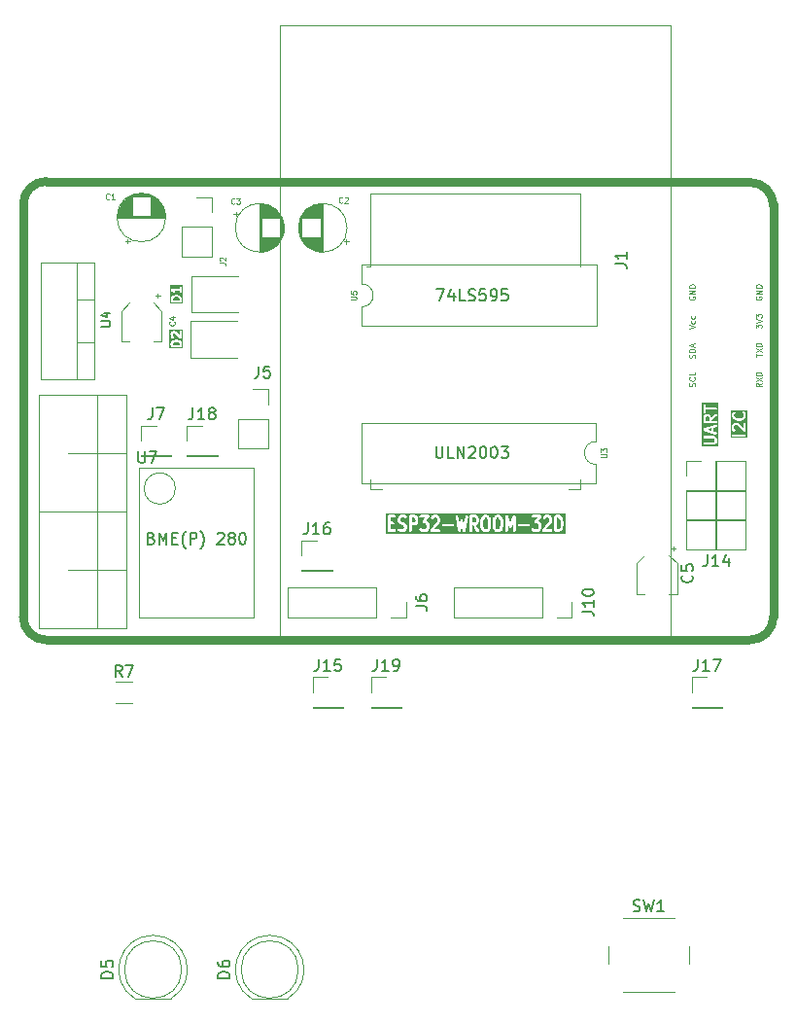
<source format=gbr>
%TF.GenerationSoftware,KiCad,Pcbnew,8.0.1*%
%TF.CreationDate,2024-04-01T21:08:38-04:00*%
%TF.ProjectId,esp32-node-board-40x65,65737033-322d-46e6-9f64-652d626f6172,rev?*%
%TF.SameCoordinates,Original*%
%TF.FileFunction,Legend,Top*%
%TF.FilePolarity,Positive*%
%FSLAX46Y46*%
G04 Gerber Fmt 4.6, Leading zero omitted, Abs format (unit mm)*
G04 Created by KiCad (PCBNEW 8.0.1) date 2024-04-01 21:08:38*
%MOMM*%
%LPD*%
G01*
G04 APERTURE LIST*
%ADD10C,0.750000*%
%ADD11C,0.200000*%
%ADD12C,0.150000*%
%ADD13C,0.125000*%
%ADD14C,0.250000*%
%ADD15C,0.100000*%
%ADD16C,0.160000*%
%ADD17C,0.120000*%
G04 APERTURE END LIST*
D10*
X145250000Y-42114210D02*
X145250000Y-78085782D01*
X81914218Y-40164218D02*
X143085790Y-40164218D01*
X145250000Y-78085782D02*
G75*
G02*
X143250000Y-80085800I-2000000J-18D01*
G01*
X79914218Y-42114210D02*
X79914218Y-78085782D01*
X81914218Y-80085782D02*
G75*
G02*
X79914218Y-78085782I-18J1999982D01*
G01*
X143250000Y-40250000D02*
G75*
G02*
X145250000Y-42250000I0J-2000000D01*
G01*
X79914218Y-42164218D02*
G75*
G02*
X81914218Y-40164218I1999982J18D01*
G01*
X81914214Y-80085782D02*
X143085786Y-80085782D01*
D11*
X115938095Y-49552219D02*
X116604761Y-49552219D01*
X116604761Y-49552219D02*
X116176190Y-50552219D01*
X117414285Y-49885552D02*
X117414285Y-50552219D01*
X117176190Y-49504600D02*
X116938095Y-50218885D01*
X116938095Y-50218885D02*
X117557142Y-50218885D01*
X118414285Y-50552219D02*
X117938095Y-50552219D01*
X117938095Y-50552219D02*
X117938095Y-49552219D01*
X118700000Y-50504600D02*
X118842857Y-50552219D01*
X118842857Y-50552219D02*
X119080952Y-50552219D01*
X119080952Y-50552219D02*
X119176190Y-50504600D01*
X119176190Y-50504600D02*
X119223809Y-50456980D01*
X119223809Y-50456980D02*
X119271428Y-50361742D01*
X119271428Y-50361742D02*
X119271428Y-50266504D01*
X119271428Y-50266504D02*
X119223809Y-50171266D01*
X119223809Y-50171266D02*
X119176190Y-50123647D01*
X119176190Y-50123647D02*
X119080952Y-50076028D01*
X119080952Y-50076028D02*
X118890476Y-50028409D01*
X118890476Y-50028409D02*
X118795238Y-49980790D01*
X118795238Y-49980790D02*
X118747619Y-49933171D01*
X118747619Y-49933171D02*
X118700000Y-49837933D01*
X118700000Y-49837933D02*
X118700000Y-49742695D01*
X118700000Y-49742695D02*
X118747619Y-49647457D01*
X118747619Y-49647457D02*
X118795238Y-49599838D01*
X118795238Y-49599838D02*
X118890476Y-49552219D01*
X118890476Y-49552219D02*
X119128571Y-49552219D01*
X119128571Y-49552219D02*
X119271428Y-49599838D01*
X120176190Y-49552219D02*
X119700000Y-49552219D01*
X119700000Y-49552219D02*
X119652381Y-50028409D01*
X119652381Y-50028409D02*
X119700000Y-49980790D01*
X119700000Y-49980790D02*
X119795238Y-49933171D01*
X119795238Y-49933171D02*
X120033333Y-49933171D01*
X120033333Y-49933171D02*
X120128571Y-49980790D01*
X120128571Y-49980790D02*
X120176190Y-50028409D01*
X120176190Y-50028409D02*
X120223809Y-50123647D01*
X120223809Y-50123647D02*
X120223809Y-50361742D01*
X120223809Y-50361742D02*
X120176190Y-50456980D01*
X120176190Y-50456980D02*
X120128571Y-50504600D01*
X120128571Y-50504600D02*
X120033333Y-50552219D01*
X120033333Y-50552219D02*
X119795238Y-50552219D01*
X119795238Y-50552219D02*
X119700000Y-50504600D01*
X119700000Y-50504600D02*
X119652381Y-50456980D01*
X120700000Y-50552219D02*
X120890476Y-50552219D01*
X120890476Y-50552219D02*
X120985714Y-50504600D01*
X120985714Y-50504600D02*
X121033333Y-50456980D01*
X121033333Y-50456980D02*
X121128571Y-50314123D01*
X121128571Y-50314123D02*
X121176190Y-50123647D01*
X121176190Y-50123647D02*
X121176190Y-49742695D01*
X121176190Y-49742695D02*
X121128571Y-49647457D01*
X121128571Y-49647457D02*
X121080952Y-49599838D01*
X121080952Y-49599838D02*
X120985714Y-49552219D01*
X120985714Y-49552219D02*
X120795238Y-49552219D01*
X120795238Y-49552219D02*
X120700000Y-49599838D01*
X120700000Y-49599838D02*
X120652381Y-49647457D01*
X120652381Y-49647457D02*
X120604762Y-49742695D01*
X120604762Y-49742695D02*
X120604762Y-49980790D01*
X120604762Y-49980790D02*
X120652381Y-50076028D01*
X120652381Y-50076028D02*
X120700000Y-50123647D01*
X120700000Y-50123647D02*
X120795238Y-50171266D01*
X120795238Y-50171266D02*
X120985714Y-50171266D01*
X120985714Y-50171266D02*
X121080952Y-50123647D01*
X121080952Y-50123647D02*
X121128571Y-50076028D01*
X121128571Y-50076028D02*
X121176190Y-49980790D01*
X122080952Y-49552219D02*
X121604762Y-49552219D01*
X121604762Y-49552219D02*
X121557143Y-50028409D01*
X121557143Y-50028409D02*
X121604762Y-49980790D01*
X121604762Y-49980790D02*
X121700000Y-49933171D01*
X121700000Y-49933171D02*
X121938095Y-49933171D01*
X121938095Y-49933171D02*
X122033333Y-49980790D01*
X122033333Y-49980790D02*
X122080952Y-50028409D01*
X122080952Y-50028409D02*
X122128571Y-50123647D01*
X122128571Y-50123647D02*
X122128571Y-50361742D01*
X122128571Y-50361742D02*
X122080952Y-50456980D01*
X122080952Y-50456980D02*
X122033333Y-50504600D01*
X122033333Y-50504600D02*
X121938095Y-50552219D01*
X121938095Y-50552219D02*
X121700000Y-50552219D01*
X121700000Y-50552219D02*
X121604762Y-50504600D01*
X121604762Y-50504600D02*
X121557143Y-50456980D01*
X115869673Y-63241219D02*
X115869673Y-64050742D01*
X115869673Y-64050742D02*
X115917292Y-64145980D01*
X115917292Y-64145980D02*
X115964911Y-64193600D01*
X115964911Y-64193600D02*
X116060149Y-64241219D01*
X116060149Y-64241219D02*
X116250625Y-64241219D01*
X116250625Y-64241219D02*
X116345863Y-64193600D01*
X116345863Y-64193600D02*
X116393482Y-64145980D01*
X116393482Y-64145980D02*
X116441101Y-64050742D01*
X116441101Y-64050742D02*
X116441101Y-63241219D01*
X117393482Y-64241219D02*
X116917292Y-64241219D01*
X116917292Y-64241219D02*
X116917292Y-63241219D01*
X117726816Y-64241219D02*
X117726816Y-63241219D01*
X117726816Y-63241219D02*
X118298244Y-64241219D01*
X118298244Y-64241219D02*
X118298244Y-63241219D01*
X118726816Y-63336457D02*
X118774435Y-63288838D01*
X118774435Y-63288838D02*
X118869673Y-63241219D01*
X118869673Y-63241219D02*
X119107768Y-63241219D01*
X119107768Y-63241219D02*
X119203006Y-63288838D01*
X119203006Y-63288838D02*
X119250625Y-63336457D01*
X119250625Y-63336457D02*
X119298244Y-63431695D01*
X119298244Y-63431695D02*
X119298244Y-63526933D01*
X119298244Y-63526933D02*
X119250625Y-63669790D01*
X119250625Y-63669790D02*
X118679197Y-64241219D01*
X118679197Y-64241219D02*
X119298244Y-64241219D01*
X119917292Y-63241219D02*
X120012530Y-63241219D01*
X120012530Y-63241219D02*
X120107768Y-63288838D01*
X120107768Y-63288838D02*
X120155387Y-63336457D01*
X120155387Y-63336457D02*
X120203006Y-63431695D01*
X120203006Y-63431695D02*
X120250625Y-63622171D01*
X120250625Y-63622171D02*
X120250625Y-63860266D01*
X120250625Y-63860266D02*
X120203006Y-64050742D01*
X120203006Y-64050742D02*
X120155387Y-64145980D01*
X120155387Y-64145980D02*
X120107768Y-64193600D01*
X120107768Y-64193600D02*
X120012530Y-64241219D01*
X120012530Y-64241219D02*
X119917292Y-64241219D01*
X119917292Y-64241219D02*
X119822054Y-64193600D01*
X119822054Y-64193600D02*
X119774435Y-64145980D01*
X119774435Y-64145980D02*
X119726816Y-64050742D01*
X119726816Y-64050742D02*
X119679197Y-63860266D01*
X119679197Y-63860266D02*
X119679197Y-63622171D01*
X119679197Y-63622171D02*
X119726816Y-63431695D01*
X119726816Y-63431695D02*
X119774435Y-63336457D01*
X119774435Y-63336457D02*
X119822054Y-63288838D01*
X119822054Y-63288838D02*
X119917292Y-63241219D01*
X120869673Y-63241219D02*
X120964911Y-63241219D01*
X120964911Y-63241219D02*
X121060149Y-63288838D01*
X121060149Y-63288838D02*
X121107768Y-63336457D01*
X121107768Y-63336457D02*
X121155387Y-63431695D01*
X121155387Y-63431695D02*
X121203006Y-63622171D01*
X121203006Y-63622171D02*
X121203006Y-63860266D01*
X121203006Y-63860266D02*
X121155387Y-64050742D01*
X121155387Y-64050742D02*
X121107768Y-64145980D01*
X121107768Y-64145980D02*
X121060149Y-64193600D01*
X121060149Y-64193600D02*
X120964911Y-64241219D01*
X120964911Y-64241219D02*
X120869673Y-64241219D01*
X120869673Y-64241219D02*
X120774435Y-64193600D01*
X120774435Y-64193600D02*
X120726816Y-64145980D01*
X120726816Y-64145980D02*
X120679197Y-64050742D01*
X120679197Y-64050742D02*
X120631578Y-63860266D01*
X120631578Y-63860266D02*
X120631578Y-63622171D01*
X120631578Y-63622171D02*
X120679197Y-63431695D01*
X120679197Y-63431695D02*
X120726816Y-63336457D01*
X120726816Y-63336457D02*
X120774435Y-63288838D01*
X120774435Y-63288838D02*
X120869673Y-63241219D01*
X121536340Y-63241219D02*
X122155387Y-63241219D01*
X122155387Y-63241219D02*
X121822054Y-63622171D01*
X121822054Y-63622171D02*
X121964911Y-63622171D01*
X121964911Y-63622171D02*
X122060149Y-63669790D01*
X122060149Y-63669790D02*
X122107768Y-63717409D01*
X122107768Y-63717409D02*
X122155387Y-63812647D01*
X122155387Y-63812647D02*
X122155387Y-64050742D01*
X122155387Y-64050742D02*
X122107768Y-64145980D01*
X122107768Y-64145980D02*
X122060149Y-64193600D01*
X122060149Y-64193600D02*
X121964911Y-64241219D01*
X121964911Y-64241219D02*
X121679197Y-64241219D01*
X121679197Y-64241219D02*
X121583959Y-64193600D01*
X121583959Y-64193600D02*
X121536340Y-64145980D01*
D12*
X110730476Y-81774819D02*
X110730476Y-82489104D01*
X110730476Y-82489104D02*
X110682857Y-82631961D01*
X110682857Y-82631961D02*
X110587619Y-82727200D01*
X110587619Y-82727200D02*
X110444762Y-82774819D01*
X110444762Y-82774819D02*
X110349524Y-82774819D01*
X111730476Y-82774819D02*
X111159048Y-82774819D01*
X111444762Y-82774819D02*
X111444762Y-81774819D01*
X111444762Y-81774819D02*
X111349524Y-81917676D01*
X111349524Y-81917676D02*
X111254286Y-82012914D01*
X111254286Y-82012914D02*
X111159048Y-82060533D01*
X112206667Y-82774819D02*
X112397143Y-82774819D01*
X112397143Y-82774819D02*
X112492381Y-82727200D01*
X112492381Y-82727200D02*
X112540000Y-82679580D01*
X112540000Y-82679580D02*
X112635238Y-82536723D01*
X112635238Y-82536723D02*
X112682857Y-82346247D01*
X112682857Y-82346247D02*
X112682857Y-81965295D01*
X112682857Y-81965295D02*
X112635238Y-81870057D01*
X112635238Y-81870057D02*
X112587619Y-81822438D01*
X112587619Y-81822438D02*
X112492381Y-81774819D01*
X112492381Y-81774819D02*
X112301905Y-81774819D01*
X112301905Y-81774819D02*
X112206667Y-81822438D01*
X112206667Y-81822438D02*
X112159048Y-81870057D01*
X112159048Y-81870057D02*
X112111429Y-81965295D01*
X112111429Y-81965295D02*
X112111429Y-82203390D01*
X112111429Y-82203390D02*
X112159048Y-82298628D01*
X112159048Y-82298628D02*
X112206667Y-82346247D01*
X112206667Y-82346247D02*
X112301905Y-82393866D01*
X112301905Y-82393866D02*
X112492381Y-82393866D01*
X112492381Y-82393866D02*
X112587619Y-82346247D01*
X112587619Y-82346247D02*
X112635238Y-82298628D01*
X112635238Y-82298628D02*
X112682857Y-82203390D01*
X94690476Y-59874819D02*
X94690476Y-60589104D01*
X94690476Y-60589104D02*
X94642857Y-60731961D01*
X94642857Y-60731961D02*
X94547619Y-60827200D01*
X94547619Y-60827200D02*
X94404762Y-60874819D01*
X94404762Y-60874819D02*
X94309524Y-60874819D01*
X95690476Y-60874819D02*
X95119048Y-60874819D01*
X95404762Y-60874819D02*
X95404762Y-59874819D01*
X95404762Y-59874819D02*
X95309524Y-60017676D01*
X95309524Y-60017676D02*
X95214286Y-60112914D01*
X95214286Y-60112914D02*
X95119048Y-60160533D01*
X96261905Y-60303390D02*
X96166667Y-60255771D01*
X96166667Y-60255771D02*
X96119048Y-60208152D01*
X96119048Y-60208152D02*
X96071429Y-60112914D01*
X96071429Y-60112914D02*
X96071429Y-60065295D01*
X96071429Y-60065295D02*
X96119048Y-59970057D01*
X96119048Y-59970057D02*
X96166667Y-59922438D01*
X96166667Y-59922438D02*
X96261905Y-59874819D01*
X96261905Y-59874819D02*
X96452381Y-59874819D01*
X96452381Y-59874819D02*
X96547619Y-59922438D01*
X96547619Y-59922438D02*
X96595238Y-59970057D01*
X96595238Y-59970057D02*
X96642857Y-60065295D01*
X96642857Y-60065295D02*
X96642857Y-60112914D01*
X96642857Y-60112914D02*
X96595238Y-60208152D01*
X96595238Y-60208152D02*
X96547619Y-60255771D01*
X96547619Y-60255771D02*
X96452381Y-60303390D01*
X96452381Y-60303390D02*
X96261905Y-60303390D01*
X96261905Y-60303390D02*
X96166667Y-60351009D01*
X96166667Y-60351009D02*
X96119048Y-60398628D01*
X96119048Y-60398628D02*
X96071429Y-60493866D01*
X96071429Y-60493866D02*
X96071429Y-60684342D01*
X96071429Y-60684342D02*
X96119048Y-60779580D01*
X96119048Y-60779580D02*
X96166667Y-60827200D01*
X96166667Y-60827200D02*
X96261905Y-60874819D01*
X96261905Y-60874819D02*
X96452381Y-60874819D01*
X96452381Y-60874819D02*
X96547619Y-60827200D01*
X96547619Y-60827200D02*
X96595238Y-60779580D01*
X96595238Y-60779580D02*
X96642857Y-60684342D01*
X96642857Y-60684342D02*
X96642857Y-60493866D01*
X96642857Y-60493866D02*
X96595238Y-60398628D01*
X96595238Y-60398628D02*
X96547619Y-60351009D01*
X96547619Y-60351009D02*
X96452381Y-60303390D01*
X97874819Y-109518094D02*
X96874819Y-109518094D01*
X96874819Y-109518094D02*
X96874819Y-109279999D01*
X96874819Y-109279999D02*
X96922438Y-109137142D01*
X96922438Y-109137142D02*
X97017676Y-109041904D01*
X97017676Y-109041904D02*
X97112914Y-108994285D01*
X97112914Y-108994285D02*
X97303390Y-108946666D01*
X97303390Y-108946666D02*
X97446247Y-108946666D01*
X97446247Y-108946666D02*
X97636723Y-108994285D01*
X97636723Y-108994285D02*
X97731961Y-109041904D01*
X97731961Y-109041904D02*
X97827200Y-109137142D01*
X97827200Y-109137142D02*
X97874819Y-109279999D01*
X97874819Y-109279999D02*
X97874819Y-109518094D01*
X96874819Y-108089523D02*
X96874819Y-108279999D01*
X96874819Y-108279999D02*
X96922438Y-108375237D01*
X96922438Y-108375237D02*
X96970057Y-108422856D01*
X96970057Y-108422856D02*
X97112914Y-108518094D01*
X97112914Y-108518094D02*
X97303390Y-108565713D01*
X97303390Y-108565713D02*
X97684342Y-108565713D01*
X97684342Y-108565713D02*
X97779580Y-108518094D01*
X97779580Y-108518094D02*
X97827200Y-108470475D01*
X97827200Y-108470475D02*
X97874819Y-108375237D01*
X97874819Y-108375237D02*
X97874819Y-108184761D01*
X97874819Y-108184761D02*
X97827200Y-108089523D01*
X97827200Y-108089523D02*
X97779580Y-108041904D01*
X97779580Y-108041904D02*
X97684342Y-107994285D01*
X97684342Y-107994285D02*
X97446247Y-107994285D01*
X97446247Y-107994285D02*
X97351009Y-108041904D01*
X97351009Y-108041904D02*
X97303390Y-108089523D01*
X97303390Y-108089523D02*
X97255771Y-108184761D01*
X97255771Y-108184761D02*
X97255771Y-108375237D01*
X97255771Y-108375237D02*
X97303390Y-108470475D01*
X97303390Y-108470475D02*
X97351009Y-108518094D01*
X97351009Y-108518094D02*
X97446247Y-108565713D01*
X138670476Y-81774819D02*
X138670476Y-82489104D01*
X138670476Y-82489104D02*
X138622857Y-82631961D01*
X138622857Y-82631961D02*
X138527619Y-82727200D01*
X138527619Y-82727200D02*
X138384762Y-82774819D01*
X138384762Y-82774819D02*
X138289524Y-82774819D01*
X139670476Y-82774819D02*
X139099048Y-82774819D01*
X139384762Y-82774819D02*
X139384762Y-81774819D01*
X139384762Y-81774819D02*
X139289524Y-81917676D01*
X139289524Y-81917676D02*
X139194286Y-82012914D01*
X139194286Y-82012914D02*
X139099048Y-82060533D01*
X140003810Y-81774819D02*
X140670476Y-81774819D01*
X140670476Y-81774819D02*
X140241905Y-82774819D01*
X104690476Y-69874819D02*
X104690476Y-70589104D01*
X104690476Y-70589104D02*
X104642857Y-70731961D01*
X104642857Y-70731961D02*
X104547619Y-70827200D01*
X104547619Y-70827200D02*
X104404762Y-70874819D01*
X104404762Y-70874819D02*
X104309524Y-70874819D01*
X105690476Y-70874819D02*
X105119048Y-70874819D01*
X105404762Y-70874819D02*
X105404762Y-69874819D01*
X105404762Y-69874819D02*
X105309524Y-70017676D01*
X105309524Y-70017676D02*
X105214286Y-70112914D01*
X105214286Y-70112914D02*
X105119048Y-70160533D01*
X106547619Y-69874819D02*
X106357143Y-69874819D01*
X106357143Y-69874819D02*
X106261905Y-69922438D01*
X106261905Y-69922438D02*
X106214286Y-69970057D01*
X106214286Y-69970057D02*
X106119048Y-70112914D01*
X106119048Y-70112914D02*
X106071429Y-70303390D01*
X106071429Y-70303390D02*
X106071429Y-70684342D01*
X106071429Y-70684342D02*
X106119048Y-70779580D01*
X106119048Y-70779580D02*
X106166667Y-70827200D01*
X106166667Y-70827200D02*
X106261905Y-70874819D01*
X106261905Y-70874819D02*
X106452381Y-70874819D01*
X106452381Y-70874819D02*
X106547619Y-70827200D01*
X106547619Y-70827200D02*
X106595238Y-70779580D01*
X106595238Y-70779580D02*
X106642857Y-70684342D01*
X106642857Y-70684342D02*
X106642857Y-70446247D01*
X106642857Y-70446247D02*
X106595238Y-70351009D01*
X106595238Y-70351009D02*
X106547619Y-70303390D01*
X106547619Y-70303390D02*
X106452381Y-70255771D01*
X106452381Y-70255771D02*
X106261905Y-70255771D01*
X106261905Y-70255771D02*
X106166667Y-70303390D01*
X106166667Y-70303390D02*
X106119048Y-70351009D01*
X106119048Y-70351009D02*
X106071429Y-70446247D01*
X88513333Y-83284819D02*
X88180000Y-82808628D01*
X87941905Y-83284819D02*
X87941905Y-82284819D01*
X87941905Y-82284819D02*
X88322857Y-82284819D01*
X88322857Y-82284819D02*
X88418095Y-82332438D01*
X88418095Y-82332438D02*
X88465714Y-82380057D01*
X88465714Y-82380057D02*
X88513333Y-82475295D01*
X88513333Y-82475295D02*
X88513333Y-82618152D01*
X88513333Y-82618152D02*
X88465714Y-82713390D01*
X88465714Y-82713390D02*
X88418095Y-82761009D01*
X88418095Y-82761009D02*
X88322857Y-82808628D01*
X88322857Y-82808628D02*
X87941905Y-82808628D01*
X88846667Y-82284819D02*
X89513333Y-82284819D01*
X89513333Y-82284819D02*
X89084762Y-83284819D01*
X105650476Y-81774819D02*
X105650476Y-82489104D01*
X105650476Y-82489104D02*
X105602857Y-82631961D01*
X105602857Y-82631961D02*
X105507619Y-82727200D01*
X105507619Y-82727200D02*
X105364762Y-82774819D01*
X105364762Y-82774819D02*
X105269524Y-82774819D01*
X106650476Y-82774819D02*
X106079048Y-82774819D01*
X106364762Y-82774819D02*
X106364762Y-81774819D01*
X106364762Y-81774819D02*
X106269524Y-81917676D01*
X106269524Y-81917676D02*
X106174286Y-82012914D01*
X106174286Y-82012914D02*
X106079048Y-82060533D01*
X107555238Y-81774819D02*
X107079048Y-81774819D01*
X107079048Y-81774819D02*
X107031429Y-82251009D01*
X107031429Y-82251009D02*
X107079048Y-82203390D01*
X107079048Y-82203390D02*
X107174286Y-82155771D01*
X107174286Y-82155771D02*
X107412381Y-82155771D01*
X107412381Y-82155771D02*
X107507619Y-82203390D01*
X107507619Y-82203390D02*
X107555238Y-82251009D01*
X107555238Y-82251009D02*
X107602857Y-82346247D01*
X107602857Y-82346247D02*
X107602857Y-82584342D01*
X107602857Y-82584342D02*
X107555238Y-82679580D01*
X107555238Y-82679580D02*
X107507619Y-82727200D01*
X107507619Y-82727200D02*
X107412381Y-82774819D01*
X107412381Y-82774819D02*
X107174286Y-82774819D01*
X107174286Y-82774819D02*
X107079048Y-82727200D01*
X107079048Y-82727200D02*
X107031429Y-82679580D01*
X87714819Y-109518094D02*
X86714819Y-109518094D01*
X86714819Y-109518094D02*
X86714819Y-109279999D01*
X86714819Y-109279999D02*
X86762438Y-109137142D01*
X86762438Y-109137142D02*
X86857676Y-109041904D01*
X86857676Y-109041904D02*
X86952914Y-108994285D01*
X86952914Y-108994285D02*
X87143390Y-108946666D01*
X87143390Y-108946666D02*
X87286247Y-108946666D01*
X87286247Y-108946666D02*
X87476723Y-108994285D01*
X87476723Y-108994285D02*
X87571961Y-109041904D01*
X87571961Y-109041904D02*
X87667200Y-109137142D01*
X87667200Y-109137142D02*
X87714819Y-109279999D01*
X87714819Y-109279999D02*
X87714819Y-109518094D01*
X86714819Y-108041904D02*
X86714819Y-108518094D01*
X86714819Y-108518094D02*
X87191009Y-108565713D01*
X87191009Y-108565713D02*
X87143390Y-108518094D01*
X87143390Y-108518094D02*
X87095771Y-108422856D01*
X87095771Y-108422856D02*
X87095771Y-108184761D01*
X87095771Y-108184761D02*
X87143390Y-108089523D01*
X87143390Y-108089523D02*
X87191009Y-108041904D01*
X87191009Y-108041904D02*
X87286247Y-107994285D01*
X87286247Y-107994285D02*
X87524342Y-107994285D01*
X87524342Y-107994285D02*
X87619580Y-108041904D01*
X87619580Y-108041904D02*
X87667200Y-108089523D01*
X87667200Y-108089523D02*
X87714819Y-108184761D01*
X87714819Y-108184761D02*
X87714819Y-108422856D01*
X87714819Y-108422856D02*
X87667200Y-108518094D01*
X87667200Y-108518094D02*
X87619580Y-108565713D01*
X91166666Y-59874819D02*
X91166666Y-60589104D01*
X91166666Y-60589104D02*
X91119047Y-60731961D01*
X91119047Y-60731961D02*
X91023809Y-60827200D01*
X91023809Y-60827200D02*
X90880952Y-60874819D01*
X90880952Y-60874819D02*
X90785714Y-60874819D01*
X91547619Y-59874819D02*
X92214285Y-59874819D01*
X92214285Y-59874819D02*
X91785714Y-60874819D01*
X133066667Y-103667200D02*
X133209524Y-103714819D01*
X133209524Y-103714819D02*
X133447619Y-103714819D01*
X133447619Y-103714819D02*
X133542857Y-103667200D01*
X133542857Y-103667200D02*
X133590476Y-103619580D01*
X133590476Y-103619580D02*
X133638095Y-103524342D01*
X133638095Y-103524342D02*
X133638095Y-103429104D01*
X133638095Y-103429104D02*
X133590476Y-103333866D01*
X133590476Y-103333866D02*
X133542857Y-103286247D01*
X133542857Y-103286247D02*
X133447619Y-103238628D01*
X133447619Y-103238628D02*
X133257143Y-103191009D01*
X133257143Y-103191009D02*
X133161905Y-103143390D01*
X133161905Y-103143390D02*
X133114286Y-103095771D01*
X133114286Y-103095771D02*
X133066667Y-103000533D01*
X133066667Y-103000533D02*
X133066667Y-102905295D01*
X133066667Y-102905295D02*
X133114286Y-102810057D01*
X133114286Y-102810057D02*
X133161905Y-102762438D01*
X133161905Y-102762438D02*
X133257143Y-102714819D01*
X133257143Y-102714819D02*
X133495238Y-102714819D01*
X133495238Y-102714819D02*
X133638095Y-102762438D01*
X133971429Y-102714819D02*
X134209524Y-103714819D01*
X134209524Y-103714819D02*
X134400000Y-103000533D01*
X134400000Y-103000533D02*
X134590476Y-103714819D01*
X134590476Y-103714819D02*
X134828572Y-102714819D01*
X135733333Y-103714819D02*
X135161905Y-103714819D01*
X135447619Y-103714819D02*
X135447619Y-102714819D01*
X135447619Y-102714819D02*
X135352381Y-102857676D01*
X135352381Y-102857676D02*
X135257143Y-102952914D01*
X135257143Y-102952914D02*
X135161905Y-103000533D01*
D13*
X107716666Y-41977190D02*
X107692857Y-42001000D01*
X107692857Y-42001000D02*
X107621428Y-42024809D01*
X107621428Y-42024809D02*
X107573809Y-42024809D01*
X107573809Y-42024809D02*
X107502381Y-42001000D01*
X107502381Y-42001000D02*
X107454762Y-41953380D01*
X107454762Y-41953380D02*
X107430952Y-41905761D01*
X107430952Y-41905761D02*
X107407143Y-41810523D01*
X107407143Y-41810523D02*
X107407143Y-41739095D01*
X107407143Y-41739095D02*
X107430952Y-41643857D01*
X107430952Y-41643857D02*
X107454762Y-41596238D01*
X107454762Y-41596238D02*
X107502381Y-41548619D01*
X107502381Y-41548619D02*
X107573809Y-41524809D01*
X107573809Y-41524809D02*
X107621428Y-41524809D01*
X107621428Y-41524809D02*
X107692857Y-41548619D01*
X107692857Y-41548619D02*
X107716666Y-41572428D01*
X107907143Y-41572428D02*
X107930952Y-41548619D01*
X107930952Y-41548619D02*
X107978571Y-41524809D01*
X107978571Y-41524809D02*
X108097619Y-41524809D01*
X108097619Y-41524809D02*
X108145238Y-41548619D01*
X108145238Y-41548619D02*
X108169047Y-41572428D01*
X108169047Y-41572428D02*
X108192857Y-41620047D01*
X108192857Y-41620047D02*
X108192857Y-41667666D01*
X108192857Y-41667666D02*
X108169047Y-41739095D01*
X108169047Y-41739095D02*
X107883333Y-42024809D01*
X107883333Y-42024809D02*
X108192857Y-42024809D01*
D11*
G36*
X93412907Y-54162736D02*
G01*
X93468522Y-54189280D01*
X93518283Y-54237560D01*
X93544306Y-54312202D01*
X93545024Y-54390707D01*
X92943295Y-54392117D01*
X92942638Y-54320382D01*
X92967859Y-54241109D01*
X93014468Y-54193071D01*
X93064171Y-54167069D01*
X93193494Y-54133239D01*
X93283781Y-54131943D01*
X93412907Y-54162736D01*
G37*
G36*
X93844195Y-54690475D02*
G01*
X92644195Y-54690475D01*
X92644195Y-54299999D01*
X92744195Y-54299999D01*
X92746116Y-54509984D01*
X92761048Y-54546032D01*
X92788638Y-54573622D01*
X92824686Y-54588554D01*
X92844195Y-54590475D01*
X93663704Y-54588554D01*
X93699752Y-54573622D01*
X93727342Y-54546032D01*
X93742274Y-54509984D01*
X93744195Y-54490475D01*
X93742460Y-54300855D01*
X93743410Y-54287492D01*
X93742293Y-54282580D01*
X93742274Y-54280490D01*
X93741262Y-54278047D01*
X93739063Y-54268377D01*
X93704179Y-54168320D01*
X93704179Y-54166204D01*
X93699518Y-54154951D01*
X93692977Y-54136190D01*
X93690622Y-54133474D01*
X93689247Y-54130155D01*
X93676810Y-54115002D01*
X93599075Y-54039579D01*
X93591221Y-54030523D01*
X93587008Y-54027871D01*
X93585466Y-54026375D01*
X93583024Y-54025363D01*
X93574630Y-54020080D01*
X93503072Y-53985927D01*
X93496434Y-53981009D01*
X93481850Y-53975799D01*
X93480132Y-53974979D01*
X93479411Y-53974927D01*
X93477973Y-53974414D01*
X93330462Y-53939236D01*
X93320847Y-53935253D01*
X93308776Y-53934064D01*
X93306200Y-53933450D01*
X93304741Y-53933667D01*
X93301338Y-53933332D01*
X93191951Y-53934902D01*
X93182190Y-53933450D01*
X93170263Y-53935213D01*
X93167543Y-53935253D01*
X93166179Y-53935817D01*
X93162798Y-53936318D01*
X93017524Y-53974320D01*
X93008259Y-53974979D01*
X92993677Y-53980558D01*
X92991956Y-53981009D01*
X92991374Y-53981439D01*
X92989950Y-53981985D01*
X92913360Y-54022052D01*
X92902923Y-54026376D01*
X92899101Y-54029511D01*
X92897169Y-54030523D01*
X92895438Y-54032517D01*
X92887769Y-54038812D01*
X92822744Y-54105830D01*
X92820978Y-54106714D01*
X92813314Y-54115549D01*
X92799143Y-54130156D01*
X92797768Y-54133474D01*
X92795413Y-54136190D01*
X92787422Y-54154090D01*
X92750822Y-54269126D01*
X92746116Y-54280490D01*
X92745626Y-54285459D01*
X92744980Y-54287492D01*
X92745167Y-54290125D01*
X92744195Y-54299999D01*
X92644195Y-54299999D01*
X92644195Y-53423809D01*
X92744195Y-53423809D01*
X92745800Y-53599316D01*
X92744980Y-53601778D01*
X92745947Y-53615393D01*
X92746116Y-53633794D01*
X92747491Y-53637114D01*
X92747746Y-53640698D01*
X92754752Y-53659006D01*
X92794820Y-53735596D01*
X92799142Y-53746031D01*
X92802277Y-53749852D01*
X92803290Y-53751787D01*
X92805286Y-53753518D01*
X92811578Y-53761185D01*
X92864826Y-53811717D01*
X92900875Y-53826649D01*
X92939893Y-53826650D01*
X92975941Y-53811719D01*
X93003531Y-53784129D01*
X93018463Y-53748081D01*
X93018464Y-53709063D01*
X93003533Y-53673015D01*
X92991096Y-53657861D01*
X92965220Y-53633304D01*
X92943997Y-53592737D01*
X92942688Y-53449567D01*
X92962246Y-53408586D01*
X92977557Y-53392451D01*
X93018589Y-53370986D01*
X93053671Y-53370281D01*
X93131111Y-53394919D01*
X93588638Y-53849813D01*
X93624686Y-53864745D01*
X93663704Y-53864745D01*
X93699752Y-53849813D01*
X93727342Y-53822223D01*
X93742274Y-53786175D01*
X93744195Y-53766666D01*
X93742274Y-53251919D01*
X93727342Y-53215871D01*
X93699752Y-53188281D01*
X93663704Y-53173349D01*
X93624686Y-53173349D01*
X93588638Y-53188281D01*
X93561048Y-53215871D01*
X93546116Y-53251919D01*
X93544195Y-53271428D01*
X93545149Y-53527175D01*
X93267514Y-53251138D01*
X93266051Y-53248211D01*
X93254453Y-53238152D01*
X93242609Y-53226376D01*
X93239290Y-53225001D01*
X93236575Y-53222646D01*
X93218675Y-53214655D01*
X93103638Y-53178055D01*
X93092275Y-53173349D01*
X93087305Y-53172859D01*
X93085273Y-53172213D01*
X93082639Y-53172400D01*
X93072766Y-53171428D01*
X93010479Y-53172678D01*
X93009084Y-53172213D01*
X92999410Y-53172900D01*
X92977067Y-53173349D01*
X92973746Y-53174724D01*
X92970164Y-53174979D01*
X92951855Y-53181985D01*
X92875265Y-53222052D01*
X92864827Y-53226376D01*
X92861005Y-53229512D01*
X92859074Y-53230523D01*
X92857343Y-53232518D01*
X92849674Y-53238813D01*
X92810712Y-53279869D01*
X92803290Y-53286307D01*
X92800702Y-53290417D01*
X92799143Y-53292061D01*
X92798132Y-53294500D01*
X92792847Y-53302897D01*
X92762210Y-53367089D01*
X92761048Y-53368252D01*
X92757054Y-53377893D01*
X92747746Y-53397397D01*
X92747491Y-53400979D01*
X92746116Y-53404300D01*
X92744195Y-53423809D01*
X92644195Y-53423809D01*
X92644195Y-53071428D01*
X93844195Y-53071428D01*
X93844195Y-54690475D01*
G37*
D13*
X93077190Y-52383333D02*
X93101000Y-52407142D01*
X93101000Y-52407142D02*
X93124809Y-52478571D01*
X93124809Y-52478571D02*
X93124809Y-52526190D01*
X93124809Y-52526190D02*
X93101000Y-52597618D01*
X93101000Y-52597618D02*
X93053380Y-52645237D01*
X93053380Y-52645237D02*
X93005761Y-52669047D01*
X93005761Y-52669047D02*
X92910523Y-52692856D01*
X92910523Y-52692856D02*
X92839095Y-52692856D01*
X92839095Y-52692856D02*
X92743857Y-52669047D01*
X92743857Y-52669047D02*
X92696238Y-52645237D01*
X92696238Y-52645237D02*
X92648619Y-52597618D01*
X92648619Y-52597618D02*
X92624809Y-52526190D01*
X92624809Y-52526190D02*
X92624809Y-52478571D01*
X92624809Y-52478571D02*
X92648619Y-52407142D01*
X92648619Y-52407142D02*
X92672428Y-52383333D01*
X92791476Y-51954761D02*
X93124809Y-51954761D01*
X92601000Y-52073809D02*
X92958142Y-52192856D01*
X92958142Y-52192856D02*
X92958142Y-51883333D01*
D12*
X131454819Y-47333333D02*
X132169104Y-47333333D01*
X132169104Y-47333333D02*
X132311961Y-47380952D01*
X132311961Y-47380952D02*
X132407200Y-47476190D01*
X132407200Y-47476190D02*
X132454819Y-47619047D01*
X132454819Y-47619047D02*
X132454819Y-47714285D01*
X132454819Y-46333333D02*
X132454819Y-46904761D01*
X132454819Y-46619047D02*
X131454819Y-46619047D01*
X131454819Y-46619047D02*
X131597676Y-46714285D01*
X131597676Y-46714285D02*
X131692914Y-46809523D01*
X131692914Y-46809523D02*
X131740533Y-46904761D01*
D14*
G36*
X120308636Y-69466267D02*
G01*
X120373509Y-69545137D01*
X120413107Y-69734271D01*
X120415238Y-70125578D01*
X120376272Y-70329947D01*
X120314792Y-70408973D01*
X120266031Y-70440652D01*
X120146996Y-70441983D01*
X120100884Y-70414278D01*
X120036014Y-70335410D01*
X119996416Y-70146275D01*
X119994285Y-69754969D01*
X120033251Y-69550601D01*
X120094731Y-69471574D01*
X120143492Y-69439893D01*
X120262526Y-69438562D01*
X120308636Y-69466267D01*
G37*
G36*
X121356255Y-69466267D02*
G01*
X121421128Y-69545137D01*
X121460726Y-69734271D01*
X121462857Y-70125578D01*
X121423891Y-70329947D01*
X121362411Y-70408973D01*
X121313650Y-70440652D01*
X121194615Y-70441983D01*
X121148503Y-70414278D01*
X121083633Y-70335410D01*
X121044035Y-70146275D01*
X121041904Y-69754969D01*
X121080870Y-69550601D01*
X121142350Y-69471574D01*
X121191111Y-69439893D01*
X121310145Y-69438562D01*
X121356255Y-69466267D01*
G37*
G36*
X126601997Y-69475564D02*
G01*
X126665214Y-69552421D01*
X126701702Y-69639633D01*
X126746456Y-69853394D01*
X126748286Y-70008026D01*
X126707521Y-70221828D01*
X126670331Y-70319219D01*
X126605910Y-70402026D01*
X126517032Y-70440465D01*
X126424766Y-70441310D01*
X126422877Y-69439148D01*
X126509220Y-69438358D01*
X126601997Y-69475564D01*
G37*
G36*
X119309106Y-69466549D02*
G01*
X119332520Y-69494425D01*
X119365717Y-69573773D01*
X119367261Y-69704254D01*
X119336824Y-69783962D01*
X119313520Y-69814561D01*
X119266309Y-69845234D01*
X119168353Y-69845815D01*
X119166953Y-69845420D01*
X119163364Y-69845844D01*
X119042693Y-69846559D01*
X119041926Y-69439544D01*
X119261990Y-69438240D01*
X119309106Y-69466549D01*
G37*
G36*
X114023392Y-69466549D02*
G01*
X114046806Y-69494425D01*
X114080003Y-69573773D01*
X114081547Y-69704254D01*
X114051110Y-69783962D01*
X114027806Y-69814561D01*
X113980595Y-69845234D01*
X113756979Y-69846559D01*
X113756212Y-69439544D01*
X113976276Y-69438240D01*
X114023392Y-69466549D01*
G37*
G36*
X127135317Y-70829162D02*
G01*
X111512302Y-70829162D01*
X111512302Y-69315273D01*
X111651191Y-69315273D01*
X111653593Y-70589659D01*
X111672257Y-70634719D01*
X111706745Y-70669207D01*
X111751805Y-70687871D01*
X111776191Y-70690273D01*
X112276767Y-70687871D01*
X112321827Y-70669207D01*
X112356315Y-70634719D01*
X112374979Y-70589659D01*
X112374979Y-70540887D01*
X112356315Y-70495827D01*
X112321827Y-70461339D01*
X112276767Y-70442675D01*
X112252381Y-70440273D01*
X111900958Y-70441959D01*
X111900190Y-70034678D01*
X112133910Y-70033109D01*
X112178970Y-70014445D01*
X112213458Y-69979957D01*
X112232122Y-69934897D01*
X112232122Y-69886125D01*
X112213458Y-69841065D01*
X112178970Y-69806577D01*
X112133910Y-69787913D01*
X112109524Y-69785511D01*
X111899723Y-69786919D01*
X111899283Y-69553369D01*
X112508334Y-69553369D01*
X112510558Y-69686215D01*
X112510448Y-69695306D01*
X112510727Y-69696268D01*
X112510736Y-69696802D01*
X112511222Y-69697977D01*
X112517274Y-69718840D01*
X112566050Y-69835426D01*
X112569986Y-69849008D01*
X112574884Y-69856540D01*
X112576180Y-69859638D01*
X112578331Y-69861843D01*
X112583344Y-69869551D01*
X112635591Y-69931756D01*
X112642916Y-69942027D01*
X112646608Y-69944873D01*
X112648073Y-69946617D01*
X112650862Y-69948153D01*
X112662323Y-69956988D01*
X112754574Y-70012414D01*
X112763966Y-70020255D01*
X112776393Y-70025525D01*
X112779513Y-70027399D01*
X112781661Y-70027758D01*
X112786525Y-70029821D01*
X112955911Y-70080766D01*
X113023392Y-70121311D01*
X113046806Y-70149188D01*
X113080107Y-70228782D01*
X113081302Y-70300133D01*
X113051111Y-70379198D01*
X113027805Y-70409800D01*
X112980425Y-70440582D01*
X112805064Y-70442187D01*
X112657976Y-70383203D01*
X112609204Y-70383101D01*
X112564104Y-70401672D01*
X112529546Y-70436087D01*
X112510787Y-70481108D01*
X112510685Y-70529880D01*
X112529256Y-70574980D01*
X112563671Y-70609538D01*
X112585258Y-70621135D01*
X112751548Y-70687820D01*
X112751682Y-70687820D01*
X112751805Y-70687871D01*
X112776191Y-70690273D01*
X113001785Y-70688208D01*
X113010480Y-70690215D01*
X113023659Y-70688008D01*
X113038672Y-70687871D01*
X113048301Y-70683882D01*
X113058583Y-70682161D01*
X113080535Y-70671273D01*
X113083685Y-70669226D01*
X113083732Y-70669207D01*
X113083763Y-70669175D01*
X113177513Y-70608266D01*
X113190023Y-70601378D01*
X113193321Y-70597996D01*
X113195180Y-70596789D01*
X113197031Y-70594193D01*
X113207133Y-70583837D01*
X113253260Y-70523268D01*
X113261916Y-70514399D01*
X113265981Y-70506564D01*
X113268110Y-70503770D01*
X113268967Y-70500812D01*
X113273203Y-70492650D01*
X113323729Y-70360329D01*
X113327360Y-70351564D01*
X113327458Y-70350563D01*
X113327648Y-70350067D01*
X113327632Y-70348797D01*
X113329762Y-70327178D01*
X113327537Y-70194330D01*
X113327648Y-70185240D01*
X113327368Y-70184277D01*
X113327360Y-70183744D01*
X113326873Y-70182568D01*
X113320822Y-70161706D01*
X113272045Y-70045121D01*
X113268110Y-70031539D01*
X113263211Y-70024006D01*
X113261916Y-70020909D01*
X113259764Y-70018703D01*
X113254752Y-70010996D01*
X113202504Y-69948791D01*
X113195180Y-69938521D01*
X113191486Y-69935673D01*
X113190023Y-69933931D01*
X113187236Y-69932396D01*
X113175774Y-69923559D01*
X113083523Y-69868132D01*
X113074130Y-69860291D01*
X113061701Y-69855020D01*
X113058584Y-69853148D01*
X113056436Y-69852788D01*
X113051570Y-69850725D01*
X112882183Y-69799778D01*
X112814702Y-69759234D01*
X112791288Y-69731359D01*
X112757988Y-69651763D01*
X112756793Y-69580415D01*
X112786984Y-69501348D01*
X112810289Y-69470747D01*
X112857670Y-69439963D01*
X113033030Y-69438358D01*
X113180119Y-69497344D01*
X113228891Y-69497446D01*
X113273991Y-69478876D01*
X113308550Y-69444460D01*
X113327309Y-69399440D01*
X113327411Y-69350668D01*
X113312837Y-69315273D01*
X113508334Y-69315273D01*
X113510736Y-70589659D01*
X113529400Y-70634719D01*
X113563888Y-70669207D01*
X113608948Y-70687871D01*
X113657720Y-70687871D01*
X113702780Y-70669207D01*
X113737268Y-70634719D01*
X113755932Y-70589659D01*
X113758334Y-70565273D01*
X113758130Y-70456925D01*
X114413555Y-70456925D01*
X114427129Y-70503770D01*
X114440487Y-70524313D01*
X114492734Y-70586518D01*
X114500059Y-70596789D01*
X114503751Y-70599635D01*
X114505216Y-70601379D01*
X114508005Y-70602915D01*
X114519466Y-70611750D01*
X114606105Y-70663805D01*
X114611507Y-70669207D01*
X114623060Y-70673992D01*
X114636656Y-70682161D01*
X114646937Y-70683882D01*
X114656567Y-70687871D01*
X114680953Y-70690273D01*
X114953949Y-70688158D01*
X114962861Y-70690215D01*
X114976172Y-70687986D01*
X114991053Y-70687871D01*
X115000682Y-70683882D01*
X115010964Y-70682161D01*
X115032916Y-70671273D01*
X115036066Y-70669226D01*
X115036113Y-70669207D01*
X115036144Y-70669175D01*
X115129894Y-70608266D01*
X115142404Y-70601378D01*
X115145702Y-70597996D01*
X115147561Y-70596789D01*
X115149412Y-70594193D01*
X115159514Y-70583837D01*
X115181800Y-70554574D01*
X115365936Y-70554574D01*
X115367879Y-70572061D01*
X115367879Y-70589659D01*
X115370551Y-70596109D01*
X115371322Y-70603049D01*
X115379809Y-70618461D01*
X115386543Y-70634719D01*
X115391480Y-70639656D01*
X115394848Y-70645772D01*
X115408588Y-70656764D01*
X115421031Y-70669207D01*
X115427481Y-70671878D01*
X115432933Y-70676240D01*
X115449834Y-70681137D01*
X115466091Y-70687871D01*
X115476667Y-70688912D01*
X115479778Y-70689814D01*
X115482615Y-70689498D01*
X115490477Y-70690273D01*
X116133910Y-70687871D01*
X116178970Y-70669207D01*
X116213458Y-70634719D01*
X116232122Y-70589659D01*
X116232122Y-70540887D01*
X116213458Y-70495827D01*
X116178970Y-70461339D01*
X116133910Y-70442675D01*
X116109524Y-70440273D01*
X115748633Y-70441620D01*
X116009780Y-70113469D01*
X116415498Y-70113469D01*
X116434162Y-70158529D01*
X116468650Y-70193017D01*
X116513710Y-70211681D01*
X116538096Y-70214083D01*
X117324387Y-70211681D01*
X117369447Y-70193017D01*
X117403935Y-70158529D01*
X117422599Y-70113469D01*
X117422599Y-70064697D01*
X117403935Y-70019637D01*
X117369447Y-69985149D01*
X117324387Y-69966485D01*
X117300001Y-69964083D01*
X116513710Y-69966485D01*
X116468650Y-69985149D01*
X116434162Y-70019637D01*
X116415498Y-70064697D01*
X116415498Y-70113469D01*
X116009780Y-70113469D01*
X116143543Y-69945385D01*
X116144436Y-69944869D01*
X116156553Y-69929037D01*
X116172872Y-69908532D01*
X116173251Y-69907220D01*
X116174080Y-69906139D01*
X116182684Y-69883196D01*
X116226890Y-69709431D01*
X116232122Y-69696802D01*
X116233396Y-69683857D01*
X116234266Y-69680442D01*
X116233960Y-69678140D01*
X116234524Y-69672416D01*
X116232299Y-69539569D01*
X116232410Y-69530480D01*
X116232130Y-69529517D01*
X116232122Y-69528983D01*
X116231634Y-69527805D01*
X116225584Y-69506946D01*
X116176809Y-69390363D01*
X116172872Y-69376777D01*
X116167972Y-69369242D01*
X116166678Y-69366148D01*
X116164527Y-69363944D01*
X116159514Y-69356234D01*
X116124256Y-69314257D01*
X117555957Y-69314257D01*
X117558161Y-69338662D01*
X117799645Y-70593806D01*
X117802912Y-70611506D01*
X117803109Y-70611810D01*
X117803178Y-70612168D01*
X117816368Y-70632260D01*
X117829446Y-70652431D01*
X117829744Y-70652636D01*
X117829944Y-70652940D01*
X117849848Y-70666475D01*
X117869620Y-70680085D01*
X117869973Y-70680160D01*
X117870276Y-70680366D01*
X117893897Y-70685264D01*
X117917319Y-70690261D01*
X117917675Y-70690195D01*
X117918032Y-70690269D01*
X117941630Y-70685774D01*
X117965281Y-70681409D01*
X117965586Y-70681210D01*
X117965943Y-70681143D01*
X117986095Y-70667913D01*
X118006206Y-70654875D01*
X118006410Y-70654577D01*
X118006715Y-70654378D01*
X118020306Y-70634390D01*
X118033860Y-70614701D01*
X118034004Y-70614246D01*
X118034141Y-70614046D01*
X118034275Y-70613395D01*
X118041297Y-70591353D01*
X118109848Y-70265931D01*
X118181566Y-70597936D01*
X118184907Y-70614045D01*
X118185111Y-70614345D01*
X118185188Y-70614701D01*
X118198797Y-70634472D01*
X118212333Y-70654377D01*
X118212636Y-70654576D01*
X118212842Y-70654875D01*
X118232952Y-70667913D01*
X118253105Y-70681143D01*
X118253463Y-70681211D01*
X118253767Y-70681408D01*
X118277248Y-70685741D01*
X118301016Y-70690269D01*
X118301374Y-70690194D01*
X118301729Y-70690260D01*
X118325064Y-70685282D01*
X118348772Y-70680366D01*
X118349074Y-70680160D01*
X118349428Y-70680085D01*
X118369140Y-70666515D01*
X118389104Y-70652940D01*
X118389304Y-70652634D01*
X118389602Y-70652430D01*
X118402653Y-70632300D01*
X118415870Y-70612168D01*
X118416005Y-70611706D01*
X118416136Y-70611506D01*
X118416255Y-70610859D01*
X118422792Y-70588662D01*
X118662900Y-69315273D01*
X118794048Y-69315273D01*
X118796450Y-70589659D01*
X118815114Y-70634719D01*
X118849602Y-70669207D01*
X118894662Y-70687871D01*
X118943434Y-70687871D01*
X118988494Y-70669207D01*
X119022982Y-70634719D01*
X119041646Y-70589659D01*
X119044048Y-70565273D01*
X119043160Y-70094299D01*
X119083613Y-70094059D01*
X119395423Y-70646451D01*
X119433724Y-70676647D01*
X119480666Y-70689887D01*
X119529101Y-70684155D01*
X119571655Y-70660325D01*
X119601850Y-70622024D01*
X119615090Y-70575082D01*
X119609358Y-70526648D01*
X119599539Y-70504197D01*
X119398892Y-70148738D01*
X119746429Y-70148738D01*
X119748830Y-70172863D01*
X119748831Y-70172993D01*
X119748847Y-70173031D01*
X119748856Y-70173122D01*
X119794959Y-70393327D01*
X119794507Y-70397401D01*
X119799212Y-70413640D01*
X119803613Y-70434658D01*
X119806591Y-70439105D01*
X119808081Y-70444246D01*
X119821439Y-70464789D01*
X119919619Y-70584154D01*
X119928630Y-70596789D01*
X119932405Y-70599699D01*
X119933787Y-70601379D01*
X119936577Y-70602915D01*
X119948037Y-70611750D01*
X120034676Y-70663805D01*
X120040078Y-70669207D01*
X120051631Y-70673992D01*
X120065227Y-70682161D01*
X120075508Y-70683882D01*
X120085138Y-70687871D01*
X120109524Y-70690273D01*
X120287808Y-70688279D01*
X120296194Y-70690215D01*
X120309178Y-70688041D01*
X120324386Y-70687871D01*
X120334015Y-70683882D01*
X120344297Y-70682161D01*
X120366249Y-70671273D01*
X120369399Y-70669226D01*
X120369446Y-70669207D01*
X120369477Y-70669175D01*
X120463227Y-70608266D01*
X120475737Y-70601378D01*
X120479035Y-70597996D01*
X120480894Y-70596789D01*
X120482745Y-70594193D01*
X120492847Y-70583837D01*
X120575870Y-70477117D01*
X120578772Y-70475183D01*
X120587410Y-70462283D01*
X120601443Y-70444246D01*
X120602932Y-70439105D01*
X120605911Y-70434658D01*
X120613049Y-70411217D01*
X120656574Y-70182935D01*
X120660693Y-70172993D01*
X120663068Y-70148877D01*
X120663095Y-70148738D01*
X120794048Y-70148738D01*
X120796449Y-70172863D01*
X120796450Y-70172993D01*
X120796466Y-70173031D01*
X120796475Y-70173122D01*
X120842578Y-70393327D01*
X120842126Y-70397401D01*
X120846831Y-70413640D01*
X120851232Y-70434658D01*
X120854210Y-70439105D01*
X120855700Y-70444246D01*
X120869058Y-70464789D01*
X120967238Y-70584154D01*
X120976249Y-70596789D01*
X120980024Y-70599699D01*
X120981406Y-70601379D01*
X120984196Y-70602915D01*
X120995656Y-70611750D01*
X121082295Y-70663805D01*
X121087697Y-70669207D01*
X121099250Y-70673992D01*
X121112846Y-70682161D01*
X121123127Y-70683882D01*
X121132757Y-70687871D01*
X121157143Y-70690273D01*
X121335427Y-70688279D01*
X121343813Y-70690215D01*
X121356797Y-70688041D01*
X121372005Y-70687871D01*
X121381634Y-70683882D01*
X121391916Y-70682161D01*
X121413868Y-70671273D01*
X121417018Y-70669226D01*
X121417065Y-70669207D01*
X121417096Y-70669175D01*
X121510846Y-70608266D01*
X121523356Y-70601378D01*
X121526654Y-70597996D01*
X121528513Y-70596789D01*
X121530364Y-70594193D01*
X121540466Y-70583837D01*
X121623489Y-70477117D01*
X121626391Y-70475183D01*
X121635029Y-70462283D01*
X121649062Y-70444246D01*
X121650551Y-70439105D01*
X121653530Y-70434658D01*
X121660668Y-70411217D01*
X121704193Y-70182935D01*
X121708312Y-70172993D01*
X121710687Y-70148877D01*
X121710714Y-70148738D01*
X121710705Y-70148694D01*
X121710714Y-70148607D01*
X121708504Y-69742975D01*
X121710714Y-69731809D01*
X121708312Y-69707683D01*
X121708312Y-69707554D01*
X121708295Y-69707515D01*
X121708287Y-69707425D01*
X121662184Y-69487223D01*
X121662637Y-69483147D01*
X121657929Y-69466900D01*
X121653530Y-69445889D01*
X121650551Y-69441441D01*
X121649062Y-69436301D01*
X121635704Y-69415759D01*
X121553052Y-69315273D01*
X121889286Y-69315273D01*
X121891688Y-70589659D01*
X121910352Y-70634719D01*
X121944840Y-70669207D01*
X121989900Y-70687871D01*
X122038672Y-70687871D01*
X122083732Y-70669207D01*
X122118220Y-70634719D01*
X122136884Y-70589659D01*
X122139286Y-70565273D01*
X122138220Y-69999823D01*
X122225813Y-70232701D01*
X122225960Y-70236839D01*
X122233983Y-70254422D01*
X122241293Y-70273855D01*
X122244347Y-70277133D01*
X122246208Y-70281211D01*
X122260874Y-70294874D01*
X122274538Y-70309541D01*
X122278615Y-70311401D01*
X122281894Y-70314456D01*
X122300668Y-70321465D01*
X122318910Y-70329789D01*
X122323390Y-70329947D01*
X122327586Y-70331514D01*
X122347619Y-70330805D01*
X122367652Y-70331514D01*
X122371847Y-70329947D01*
X122376328Y-70329789D01*
X122394569Y-70321465D01*
X122413344Y-70314456D01*
X122416622Y-70311401D01*
X122420700Y-70309541D01*
X122434363Y-70294874D01*
X122449030Y-70281211D01*
X122450890Y-70277133D01*
X122453945Y-70273855D01*
X122464724Y-70251849D01*
X122557246Y-70002149D01*
X122558354Y-70589659D01*
X122577018Y-70634719D01*
X122611506Y-70669207D01*
X122656566Y-70687871D01*
X122705338Y-70687871D01*
X122750398Y-70669207D01*
X122784886Y-70634719D01*
X122803550Y-70589659D01*
X122805952Y-70565273D01*
X122805748Y-70456925D01*
X124175459Y-70456925D01*
X124189033Y-70503770D01*
X124202391Y-70524313D01*
X124254638Y-70586518D01*
X124261963Y-70596789D01*
X124265655Y-70599635D01*
X124267120Y-70601379D01*
X124269909Y-70602915D01*
X124281370Y-70611750D01*
X124368009Y-70663805D01*
X124373411Y-70669207D01*
X124384964Y-70673992D01*
X124398560Y-70682161D01*
X124408841Y-70683882D01*
X124418471Y-70687871D01*
X124442857Y-70690273D01*
X124715853Y-70688158D01*
X124724765Y-70690215D01*
X124738076Y-70687986D01*
X124752957Y-70687871D01*
X124762586Y-70683882D01*
X124772868Y-70682161D01*
X124794820Y-70671273D01*
X124797970Y-70669226D01*
X124798017Y-70669207D01*
X124798048Y-70669175D01*
X124891798Y-70608266D01*
X124904308Y-70601378D01*
X124907606Y-70597996D01*
X124909465Y-70596789D01*
X124911316Y-70594193D01*
X124921418Y-70583837D01*
X124943704Y-70554574D01*
X125127840Y-70554574D01*
X125129783Y-70572061D01*
X125129783Y-70589659D01*
X125132455Y-70596109D01*
X125133226Y-70603049D01*
X125141713Y-70618461D01*
X125148447Y-70634719D01*
X125153384Y-70639656D01*
X125156752Y-70645772D01*
X125170492Y-70656764D01*
X125182935Y-70669207D01*
X125189385Y-70671878D01*
X125194837Y-70676240D01*
X125211738Y-70681137D01*
X125227995Y-70687871D01*
X125238571Y-70688912D01*
X125241682Y-70689814D01*
X125244519Y-70689498D01*
X125252381Y-70690273D01*
X125895814Y-70687871D01*
X125940874Y-70669207D01*
X125975362Y-70634719D01*
X125994026Y-70589659D01*
X125994026Y-70540887D01*
X125975362Y-70495827D01*
X125940874Y-70461339D01*
X125895814Y-70442675D01*
X125871428Y-70440273D01*
X125510537Y-70441620D01*
X125905447Y-69945385D01*
X125906340Y-69944869D01*
X125918457Y-69929037D01*
X125934776Y-69908532D01*
X125935155Y-69907220D01*
X125935984Y-69906139D01*
X125944588Y-69883196D01*
X125988794Y-69709431D01*
X125994026Y-69696802D01*
X125995300Y-69683857D01*
X125996170Y-69680442D01*
X125995864Y-69678140D01*
X125996428Y-69672416D01*
X125994203Y-69539569D01*
X125994314Y-69530480D01*
X125994034Y-69529517D01*
X125994026Y-69528983D01*
X125993538Y-69527805D01*
X125987488Y-69506946D01*
X125938713Y-69390363D01*
X125934776Y-69376777D01*
X125929876Y-69369242D01*
X125928582Y-69366148D01*
X125926431Y-69363944D01*
X125921418Y-69356234D01*
X125887014Y-69315273D01*
X126175000Y-69315273D01*
X126177402Y-70589659D01*
X126196066Y-70634719D01*
X126230554Y-70669207D01*
X126275614Y-70687871D01*
X126300000Y-70690273D01*
X126562481Y-70687871D01*
X126562603Y-70687820D01*
X126562737Y-70687820D01*
X126586171Y-70680658D01*
X126713824Y-70625449D01*
X126718728Y-70624905D01*
X126732059Y-70617563D01*
X126750614Y-70609539D01*
X126755450Y-70604682D01*
X126761451Y-70601378D01*
X126778561Y-70583837D01*
X126870732Y-70465358D01*
X126880963Y-70454875D01*
X126885120Y-70446863D01*
X126887157Y-70444246D01*
X126888014Y-70441288D01*
X126892250Y-70433126D01*
X126934309Y-70322977D01*
X126939244Y-70315610D01*
X126946382Y-70292169D01*
X126946689Y-70290558D01*
X126946695Y-70290543D01*
X126946694Y-70290528D01*
X126989907Y-70063887D01*
X126994026Y-70053945D01*
X126996401Y-70029829D01*
X126996428Y-70029690D01*
X126996419Y-70029646D01*
X126996428Y-70029559D01*
X126994432Y-69860944D01*
X126996428Y-69850857D01*
X126994027Y-69826740D01*
X126994026Y-69826602D01*
X126994009Y-69826563D01*
X126994001Y-69826473D01*
X126946573Y-69599945D01*
X126946695Y-69590002D01*
X126939869Y-69566468D01*
X126939259Y-69565012D01*
X126939244Y-69564936D01*
X126939201Y-69564872D01*
X126891092Y-69449883D01*
X126887157Y-69436301D01*
X126882259Y-69428769D01*
X126880963Y-69425671D01*
X126878809Y-69423464D01*
X126873799Y-69415759D01*
X126786901Y-69310111D01*
X126785031Y-69305568D01*
X126774307Y-69294799D01*
X126761451Y-69279169D01*
X126755452Y-69275865D01*
X126750616Y-69271009D01*
X126729029Y-69259413D01*
X126562738Y-69192726D01*
X126562603Y-69192725D01*
X126562481Y-69192675D01*
X126538095Y-69190273D01*
X126275614Y-69192675D01*
X126230554Y-69211339D01*
X126196066Y-69245827D01*
X126177402Y-69290887D01*
X126175000Y-69315273D01*
X125887014Y-69315273D01*
X125869170Y-69294029D01*
X125861846Y-69283759D01*
X125858152Y-69280911D01*
X125856689Y-69279169D01*
X125853902Y-69277634D01*
X125842440Y-69268797D01*
X125755800Y-69216741D01*
X125750398Y-69211339D01*
X125738842Y-69206552D01*
X125725250Y-69198386D01*
X125714969Y-69196664D01*
X125705338Y-69192675D01*
X125680952Y-69190273D01*
X125455356Y-69192337D01*
X125446662Y-69190331D01*
X125433484Y-69192537D01*
X125418471Y-69192675D01*
X125408839Y-69196664D01*
X125398559Y-69198386D01*
X125376607Y-69209274D01*
X125373459Y-69211318D01*
X125373411Y-69211339D01*
X125373378Y-69211371D01*
X125279644Y-69272271D01*
X125267120Y-69279168D01*
X125263816Y-69282554D01*
X125261963Y-69283759D01*
X125260116Y-69286348D01*
X125250010Y-69296710D01*
X125189033Y-69376777D01*
X125175459Y-69423622D01*
X125180845Y-69472097D01*
X125204372Y-69514820D01*
X125242456Y-69545288D01*
X125289301Y-69558862D01*
X125337776Y-69553476D01*
X125380499Y-69529949D01*
X125397609Y-69512408D01*
X125429336Y-69470747D01*
X125476717Y-69439963D01*
X125643272Y-69438438D01*
X125690058Y-69466549D01*
X125713472Y-69494425D01*
X125746773Y-69574022D01*
X125748053Y-69650411D01*
X125712516Y-69790095D01*
X125160390Y-70483883D01*
X125148447Y-70495827D01*
X125145799Y-70502217D01*
X125141414Y-70507729D01*
X125136516Y-70524630D01*
X125129783Y-70540887D01*
X125129783Y-70547868D01*
X125127840Y-70554574D01*
X124943704Y-70554574D01*
X124967545Y-70523268D01*
X124976201Y-70514399D01*
X124980266Y-70506564D01*
X124982395Y-70503770D01*
X124983252Y-70500812D01*
X124987488Y-70492650D01*
X125038014Y-70360329D01*
X125041645Y-70351564D01*
X125041743Y-70350563D01*
X125041933Y-70350067D01*
X125041917Y-70348797D01*
X125044047Y-70327178D01*
X125041761Y-70020765D01*
X125041933Y-70006670D01*
X125041648Y-70005690D01*
X125041645Y-70005173D01*
X125041157Y-70003995D01*
X125035107Y-69983136D01*
X124986330Y-69866548D01*
X124982394Y-69852966D01*
X124977496Y-69845434D01*
X124976201Y-69842338D01*
X124974048Y-69840132D01*
X124969036Y-69832424D01*
X124916786Y-69770215D01*
X124909465Y-69759950D01*
X124905773Y-69757103D01*
X124904308Y-69755359D01*
X124901516Y-69753821D01*
X124890059Y-69744988D01*
X124805427Y-69694138D01*
X125013881Y-69393818D01*
X125022981Y-69384719D01*
X125027100Y-69374774D01*
X125033468Y-69365600D01*
X125036421Y-69352270D01*
X125041645Y-69339659D01*
X125041645Y-69328693D01*
X125044018Y-69317983D01*
X125041645Y-69304535D01*
X125041645Y-69290887D01*
X125037448Y-69280756D01*
X125035542Y-69269951D01*
X125028203Y-69258436D01*
X125022981Y-69245827D01*
X125015224Y-69238070D01*
X125009330Y-69228821D01*
X124998146Y-69220992D01*
X124988493Y-69211339D01*
X124978360Y-69207142D01*
X124969375Y-69200852D01*
X124956043Y-69197898D01*
X124943433Y-69192675D01*
X124923690Y-69190730D01*
X124921757Y-69190302D01*
X124920891Y-69190454D01*
X124919047Y-69190273D01*
X124275614Y-69192675D01*
X124230554Y-69211339D01*
X124196066Y-69245827D01*
X124177402Y-69290887D01*
X124177402Y-69339659D01*
X124196066Y-69384719D01*
X124230554Y-69419207D01*
X124275614Y-69437871D01*
X124300000Y-69440273D01*
X124681111Y-69438850D01*
X124490879Y-69712918D01*
X124481780Y-69722018D01*
X124477660Y-69731962D01*
X124471293Y-69741137D01*
X124468339Y-69754466D01*
X124463116Y-69767078D01*
X124463116Y-69778043D01*
X124460743Y-69788754D01*
X124463116Y-69802201D01*
X124463116Y-69815850D01*
X124467312Y-69825981D01*
X124469219Y-69836785D01*
X124476556Y-69848298D01*
X124481780Y-69860910D01*
X124489536Y-69868666D01*
X124495431Y-69877916D01*
X124506614Y-69885744D01*
X124516268Y-69895398D01*
X124526401Y-69899595D01*
X124535387Y-69905885D01*
X124548716Y-69908838D01*
X124561328Y-69914062D01*
X124581070Y-69916006D01*
X124583004Y-69916435D01*
X124583869Y-69916282D01*
X124585714Y-69916464D01*
X124691417Y-69914945D01*
X124737679Y-69942741D01*
X124761091Y-69970615D01*
X124794197Y-70049746D01*
X124796056Y-70298906D01*
X124765396Y-70379198D01*
X124742090Y-70409800D01*
X124694784Y-70440534D01*
X124480678Y-70442193D01*
X124433749Y-70413996D01*
X124380499Y-70350598D01*
X124337776Y-70327071D01*
X124289301Y-70321685D01*
X124242456Y-70335259D01*
X124204372Y-70365727D01*
X124180845Y-70408450D01*
X124175459Y-70456925D01*
X122805748Y-70456925D01*
X122805100Y-70113469D01*
X123034545Y-70113469D01*
X123053209Y-70158529D01*
X123087697Y-70193017D01*
X123132757Y-70211681D01*
X123157143Y-70214083D01*
X123943434Y-70211681D01*
X123988494Y-70193017D01*
X124022982Y-70158529D01*
X124041646Y-70113469D01*
X124041646Y-70064697D01*
X124022982Y-70019637D01*
X123988494Y-69985149D01*
X123943434Y-69966485D01*
X123919048Y-69964083D01*
X123132757Y-69966485D01*
X123087697Y-69985149D01*
X123053209Y-70019637D01*
X123034545Y-70064697D01*
X123034545Y-70113469D01*
X122805100Y-70113469D01*
X122803637Y-69337191D01*
X122804336Y-69335306D01*
X122803594Y-69314346D01*
X122803550Y-69290887D01*
X122802690Y-69288811D01*
X122802611Y-69286565D01*
X122793387Y-69266351D01*
X122784886Y-69245827D01*
X122783296Y-69244237D01*
X122782363Y-69242192D01*
X122766106Y-69227047D01*
X122750398Y-69211339D01*
X122748321Y-69210478D01*
X122746677Y-69208947D01*
X122725864Y-69201177D01*
X122705338Y-69192675D01*
X122703090Y-69192675D01*
X122700985Y-69191889D01*
X122678776Y-69192675D01*
X122656566Y-69192675D01*
X122654491Y-69193534D01*
X122652243Y-69193614D01*
X122632024Y-69202840D01*
X122611506Y-69211339D01*
X122609916Y-69212928D01*
X122607871Y-69213862D01*
X122592726Y-69230118D01*
X122577018Y-69245827D01*
X122576157Y-69247903D01*
X122574626Y-69249548D01*
X122563847Y-69271554D01*
X122347998Y-69854083D01*
X122136887Y-69292818D01*
X122136884Y-69290887D01*
X122129017Y-69271895D01*
X122120612Y-69249548D01*
X122119080Y-69247903D01*
X122118220Y-69245827D01*
X122102511Y-69230118D01*
X122087367Y-69213862D01*
X122085321Y-69212928D01*
X122083732Y-69211339D01*
X122063213Y-69202840D01*
X122042995Y-69193614D01*
X122040746Y-69193534D01*
X122038672Y-69192675D01*
X122016462Y-69192675D01*
X121994253Y-69191889D01*
X121992148Y-69192675D01*
X121989900Y-69192675D01*
X121969373Y-69201177D01*
X121948561Y-69208947D01*
X121946916Y-69210478D01*
X121944840Y-69211339D01*
X121929131Y-69227047D01*
X121912875Y-69242192D01*
X121911941Y-69244237D01*
X121910352Y-69245827D01*
X121901853Y-69266345D01*
X121892627Y-69286564D01*
X121892547Y-69288812D01*
X121891688Y-69290887D01*
X121889286Y-69315273D01*
X121553052Y-69315273D01*
X121537524Y-69296395D01*
X121528513Y-69283759D01*
X121524736Y-69280847D01*
X121523356Y-69279169D01*
X121520569Y-69277634D01*
X121509107Y-69268797D01*
X121422467Y-69216741D01*
X121417065Y-69211339D01*
X121405509Y-69206552D01*
X121391917Y-69198386D01*
X121381636Y-69196664D01*
X121372005Y-69192675D01*
X121347619Y-69190273D01*
X121169333Y-69192266D01*
X121160948Y-69190331D01*
X121147965Y-69192504D01*
X121132757Y-69192675D01*
X121123125Y-69196664D01*
X121112845Y-69198386D01*
X121090893Y-69209274D01*
X121087745Y-69211318D01*
X121087697Y-69211339D01*
X121087664Y-69211371D01*
X120993933Y-69272269D01*
X120981406Y-69279168D01*
X120978103Y-69282554D01*
X120976249Y-69283759D01*
X120974400Y-69286350D01*
X120964297Y-69296710D01*
X120881271Y-69403431D01*
X120878371Y-69405365D01*
X120869734Y-69418260D01*
X120855700Y-69436301D01*
X120854210Y-69441441D01*
X120851232Y-69445889D01*
X120844094Y-69469331D01*
X120800568Y-69697610D01*
X120796450Y-69707554D01*
X120794074Y-69731669D01*
X120794048Y-69731809D01*
X120794056Y-69731852D01*
X120794048Y-69731940D01*
X120796257Y-70137571D01*
X120794048Y-70148738D01*
X120663095Y-70148738D01*
X120663086Y-70148694D01*
X120663095Y-70148607D01*
X120660885Y-69742975D01*
X120663095Y-69731809D01*
X120660693Y-69707683D01*
X120660693Y-69707554D01*
X120660676Y-69707515D01*
X120660668Y-69707425D01*
X120614565Y-69487223D01*
X120615018Y-69483147D01*
X120610310Y-69466900D01*
X120605911Y-69445889D01*
X120602932Y-69441441D01*
X120601443Y-69436301D01*
X120588085Y-69415759D01*
X120489905Y-69296395D01*
X120480894Y-69283759D01*
X120477117Y-69280847D01*
X120475737Y-69279169D01*
X120472950Y-69277634D01*
X120461488Y-69268797D01*
X120374848Y-69216741D01*
X120369446Y-69211339D01*
X120357890Y-69206552D01*
X120344298Y-69198386D01*
X120334017Y-69196664D01*
X120324386Y-69192675D01*
X120300000Y-69190273D01*
X120121714Y-69192266D01*
X120113329Y-69190331D01*
X120100346Y-69192504D01*
X120085138Y-69192675D01*
X120075506Y-69196664D01*
X120065226Y-69198386D01*
X120043274Y-69209274D01*
X120040126Y-69211318D01*
X120040078Y-69211339D01*
X120040045Y-69211371D01*
X119946314Y-69272269D01*
X119933787Y-69279168D01*
X119930484Y-69282554D01*
X119928630Y-69283759D01*
X119926781Y-69286350D01*
X119916678Y-69296710D01*
X119833652Y-69403431D01*
X119830752Y-69405365D01*
X119822115Y-69418260D01*
X119808081Y-69436301D01*
X119806591Y-69441441D01*
X119803613Y-69445889D01*
X119796475Y-69469331D01*
X119752949Y-69697610D01*
X119748831Y-69707554D01*
X119746455Y-69731669D01*
X119746429Y-69731809D01*
X119746437Y-69731852D01*
X119746429Y-69731940D01*
X119748638Y-70137571D01*
X119746429Y-70148738D01*
X119398892Y-70148738D01*
X119359689Y-70079288D01*
X119366250Y-70076035D01*
X119369401Y-70073987D01*
X119369446Y-70073969D01*
X119369475Y-70073939D01*
X119463211Y-70013037D01*
X119475737Y-70006140D01*
X119479039Y-70002753D01*
X119480894Y-70001549D01*
X119482742Y-69998957D01*
X119492846Y-69988598D01*
X119538971Y-69928033D01*
X119547630Y-69919161D01*
X119551696Y-69911325D01*
X119553823Y-69908533D01*
X119554679Y-69905577D01*
X119558917Y-69897412D01*
X119609443Y-69765091D01*
X119613074Y-69756326D01*
X119613172Y-69755325D01*
X119613362Y-69754829D01*
X119613346Y-69753559D01*
X119615476Y-69731940D01*
X119613224Y-69541734D01*
X119613362Y-69530480D01*
X119613080Y-69529508D01*
X119613074Y-69528983D01*
X119612586Y-69527805D01*
X119606536Y-69506946D01*
X119557761Y-69390363D01*
X119553824Y-69376777D01*
X119548924Y-69369242D01*
X119547630Y-69366148D01*
X119545479Y-69363944D01*
X119540466Y-69356234D01*
X119488218Y-69294029D01*
X119480894Y-69283759D01*
X119477200Y-69280911D01*
X119475737Y-69279169D01*
X119472950Y-69277634D01*
X119461488Y-69268797D01*
X119374848Y-69216741D01*
X119369446Y-69211339D01*
X119357890Y-69206552D01*
X119344298Y-69198386D01*
X119334017Y-69196664D01*
X119324386Y-69192675D01*
X119300000Y-69190273D01*
X118894662Y-69192675D01*
X118849602Y-69211339D01*
X118815114Y-69245827D01*
X118796450Y-69290887D01*
X118794048Y-69315273D01*
X118662900Y-69315273D01*
X118663092Y-69314257D01*
X118653189Y-69266501D01*
X118625763Y-69226169D01*
X118584991Y-69199403D01*
X118537080Y-69190277D01*
X118489324Y-69200180D01*
X118448992Y-69227606D01*
X118422226Y-69268378D01*
X118415304Y-69291884D01*
X118292965Y-69940694D01*
X118229378Y-69646333D01*
X118225660Y-69626183D01*
X118224709Y-69624717D01*
X118224336Y-69622988D01*
X118211466Y-69604291D01*
X118199126Y-69585259D01*
X118197679Y-69584263D01*
X118196682Y-69582814D01*
X118177628Y-69570460D01*
X118158952Y-69557604D01*
X118157233Y-69557237D01*
X118155757Y-69556280D01*
X118133413Y-69552156D01*
X118111253Y-69547429D01*
X118109526Y-69547747D01*
X118107795Y-69547428D01*
X118085580Y-69552167D01*
X118063291Y-69556281D01*
X118061816Y-69557236D01*
X118060096Y-69557604D01*
X118041396Y-69570475D01*
X118022366Y-69582814D01*
X118021369Y-69584261D01*
X118019922Y-69585258D01*
X118007575Y-69604299D01*
X117994712Y-69622988D01*
X117993990Y-69625254D01*
X117993388Y-69626183D01*
X117992965Y-69628469D01*
X117987275Y-69646337D01*
X117925740Y-69938444D01*
X117796823Y-69268378D01*
X117770057Y-69227606D01*
X117729725Y-69200180D01*
X117681969Y-69190277D01*
X117634058Y-69199403D01*
X117593286Y-69226169D01*
X117565860Y-69266501D01*
X117555957Y-69314257D01*
X116124256Y-69314257D01*
X116107266Y-69294029D01*
X116099942Y-69283759D01*
X116096248Y-69280911D01*
X116094785Y-69279169D01*
X116091998Y-69277634D01*
X116080536Y-69268797D01*
X115993896Y-69216741D01*
X115988494Y-69211339D01*
X115976938Y-69206552D01*
X115963346Y-69198386D01*
X115953065Y-69196664D01*
X115943434Y-69192675D01*
X115919048Y-69190273D01*
X115693452Y-69192337D01*
X115684758Y-69190331D01*
X115671580Y-69192537D01*
X115656567Y-69192675D01*
X115646935Y-69196664D01*
X115636655Y-69198386D01*
X115614703Y-69209274D01*
X115611555Y-69211318D01*
X115611507Y-69211339D01*
X115611474Y-69211371D01*
X115517740Y-69272271D01*
X115505216Y-69279168D01*
X115501912Y-69282554D01*
X115500059Y-69283759D01*
X115498212Y-69286348D01*
X115488106Y-69296710D01*
X115427129Y-69376777D01*
X115413555Y-69423622D01*
X115418941Y-69472097D01*
X115442468Y-69514820D01*
X115480552Y-69545288D01*
X115527397Y-69558862D01*
X115575872Y-69553476D01*
X115618595Y-69529949D01*
X115635705Y-69512408D01*
X115667432Y-69470747D01*
X115714813Y-69439963D01*
X115881368Y-69438438D01*
X115928154Y-69466549D01*
X115951568Y-69494425D01*
X115984869Y-69574022D01*
X115986149Y-69650411D01*
X115950612Y-69790095D01*
X115398486Y-70483883D01*
X115386543Y-70495827D01*
X115383895Y-70502217D01*
X115379510Y-70507729D01*
X115374612Y-70524630D01*
X115367879Y-70540887D01*
X115367879Y-70547868D01*
X115365936Y-70554574D01*
X115181800Y-70554574D01*
X115205641Y-70523268D01*
X115214297Y-70514399D01*
X115218362Y-70506564D01*
X115220491Y-70503770D01*
X115221348Y-70500812D01*
X115225584Y-70492650D01*
X115276110Y-70360329D01*
X115279741Y-70351564D01*
X115279839Y-70350563D01*
X115280029Y-70350067D01*
X115280013Y-70348797D01*
X115282143Y-70327178D01*
X115279857Y-70020765D01*
X115280029Y-70006670D01*
X115279744Y-70005690D01*
X115279741Y-70005173D01*
X115279253Y-70003995D01*
X115273203Y-69983136D01*
X115224426Y-69866548D01*
X115220490Y-69852966D01*
X115215592Y-69845434D01*
X115214297Y-69842338D01*
X115212144Y-69840132D01*
X115207132Y-69832424D01*
X115154882Y-69770215D01*
X115147561Y-69759950D01*
X115143869Y-69757103D01*
X115142404Y-69755359D01*
X115139612Y-69753821D01*
X115128155Y-69744988D01*
X115043523Y-69694138D01*
X115251977Y-69393818D01*
X115261077Y-69384719D01*
X115265196Y-69374774D01*
X115271564Y-69365600D01*
X115274517Y-69352270D01*
X115279741Y-69339659D01*
X115279741Y-69328693D01*
X115282114Y-69317983D01*
X115279741Y-69304535D01*
X115279741Y-69290887D01*
X115275544Y-69280756D01*
X115273638Y-69269951D01*
X115266299Y-69258436D01*
X115261077Y-69245827D01*
X115253320Y-69238070D01*
X115247426Y-69228821D01*
X115236242Y-69220992D01*
X115226589Y-69211339D01*
X115216456Y-69207142D01*
X115207471Y-69200852D01*
X115194139Y-69197898D01*
X115181529Y-69192675D01*
X115161786Y-69190730D01*
X115159853Y-69190302D01*
X115158987Y-69190454D01*
X115157143Y-69190273D01*
X114513710Y-69192675D01*
X114468650Y-69211339D01*
X114434162Y-69245827D01*
X114415498Y-69290887D01*
X114415498Y-69339659D01*
X114434162Y-69384719D01*
X114468650Y-69419207D01*
X114513710Y-69437871D01*
X114538096Y-69440273D01*
X114919207Y-69438850D01*
X114728975Y-69712918D01*
X114719876Y-69722018D01*
X114715756Y-69731962D01*
X114709389Y-69741137D01*
X114706435Y-69754466D01*
X114701212Y-69767078D01*
X114701212Y-69778043D01*
X114698839Y-69788754D01*
X114701212Y-69802201D01*
X114701212Y-69815850D01*
X114705408Y-69825981D01*
X114707315Y-69836785D01*
X114714652Y-69848298D01*
X114719876Y-69860910D01*
X114727632Y-69868666D01*
X114733527Y-69877916D01*
X114744710Y-69885744D01*
X114754364Y-69895398D01*
X114764497Y-69899595D01*
X114773483Y-69905885D01*
X114786812Y-69908838D01*
X114799424Y-69914062D01*
X114819166Y-69916006D01*
X114821100Y-69916435D01*
X114821965Y-69916282D01*
X114823810Y-69916464D01*
X114929513Y-69914945D01*
X114975775Y-69942741D01*
X114999187Y-69970615D01*
X115032293Y-70049746D01*
X115034152Y-70298906D01*
X115003492Y-70379198D01*
X114980186Y-70409800D01*
X114932880Y-70440534D01*
X114718774Y-70442193D01*
X114671845Y-70413996D01*
X114618595Y-70350598D01*
X114575872Y-70327071D01*
X114527397Y-70321685D01*
X114480552Y-70335259D01*
X114442468Y-70365727D01*
X114418941Y-70408450D01*
X114413555Y-70456925D01*
X113758130Y-70456925D01*
X113757446Y-70094299D01*
X114001283Y-70092854D01*
X114010481Y-70094977D01*
X114023958Y-70092720D01*
X114038672Y-70092633D01*
X114048303Y-70088643D01*
X114058584Y-70086922D01*
X114080536Y-70076035D01*
X114083687Y-70073987D01*
X114083732Y-70073969D01*
X114083761Y-70073939D01*
X114177497Y-70013037D01*
X114190023Y-70006140D01*
X114193325Y-70002753D01*
X114195180Y-70001549D01*
X114197028Y-69998957D01*
X114207132Y-69988598D01*
X114253257Y-69928033D01*
X114261916Y-69919161D01*
X114265982Y-69911325D01*
X114268109Y-69908533D01*
X114268965Y-69905577D01*
X114273203Y-69897412D01*
X114323729Y-69765091D01*
X114327360Y-69756326D01*
X114327458Y-69755325D01*
X114327648Y-69754829D01*
X114327632Y-69753559D01*
X114329762Y-69731940D01*
X114327510Y-69541734D01*
X114327648Y-69530480D01*
X114327366Y-69529508D01*
X114327360Y-69528983D01*
X114326872Y-69527805D01*
X114320822Y-69506946D01*
X114272047Y-69390363D01*
X114268110Y-69376777D01*
X114263210Y-69369242D01*
X114261916Y-69366148D01*
X114259765Y-69363944D01*
X114254752Y-69356234D01*
X114202504Y-69294029D01*
X114195180Y-69283759D01*
X114191486Y-69280911D01*
X114190023Y-69279169D01*
X114187236Y-69277634D01*
X114175774Y-69268797D01*
X114089134Y-69216741D01*
X114083732Y-69211339D01*
X114072176Y-69206552D01*
X114058584Y-69198386D01*
X114048303Y-69196664D01*
X114038672Y-69192675D01*
X114014286Y-69190273D01*
X113608948Y-69192675D01*
X113563888Y-69211339D01*
X113529400Y-69245827D01*
X113510736Y-69290887D01*
X113508334Y-69315273D01*
X113312837Y-69315273D01*
X113308841Y-69305568D01*
X113274426Y-69271009D01*
X113252839Y-69259413D01*
X113086548Y-69192726D01*
X113086413Y-69192725D01*
X113086291Y-69192675D01*
X113061905Y-69190273D01*
X112836309Y-69192337D01*
X112827615Y-69190331D01*
X112814437Y-69192537D01*
X112799424Y-69192675D01*
X112789792Y-69196664D01*
X112779512Y-69198386D01*
X112757560Y-69209274D01*
X112754412Y-69211318D01*
X112754364Y-69211339D01*
X112754331Y-69211371D01*
X112660597Y-69272271D01*
X112648073Y-69279168D01*
X112644769Y-69282554D01*
X112642916Y-69283759D01*
X112641069Y-69286348D01*
X112630963Y-69296710D01*
X112584838Y-69357275D01*
X112576180Y-69366147D01*
X112572114Y-69373982D01*
X112569986Y-69376777D01*
X112569128Y-69379736D01*
X112564894Y-69387897D01*
X112514363Y-69520225D01*
X112510736Y-69528983D01*
X112510637Y-69529982D01*
X112510448Y-69530479D01*
X112510463Y-69531749D01*
X112508334Y-69553369D01*
X111899283Y-69553369D01*
X111899069Y-69439683D01*
X112276767Y-69437871D01*
X112321827Y-69419207D01*
X112356315Y-69384719D01*
X112374979Y-69339659D01*
X112374979Y-69290887D01*
X112356315Y-69245827D01*
X112321827Y-69211339D01*
X112276767Y-69192675D01*
X112252381Y-69190273D01*
X111751805Y-69192675D01*
X111706745Y-69211339D01*
X111672257Y-69245827D01*
X111653593Y-69290887D01*
X111651191Y-69315273D01*
X111512302Y-69315273D01*
X111512302Y-69051384D01*
X127135317Y-69051384D01*
X127135317Y-70829162D01*
G37*
D13*
X130224809Y-64180952D02*
X130629571Y-64180952D01*
X130629571Y-64180952D02*
X130677190Y-64157142D01*
X130677190Y-64157142D02*
X130701000Y-64133333D01*
X130701000Y-64133333D02*
X130724809Y-64085714D01*
X130724809Y-64085714D02*
X130724809Y-63990476D01*
X130724809Y-63990476D02*
X130701000Y-63942857D01*
X130701000Y-63942857D02*
X130677190Y-63919047D01*
X130677190Y-63919047D02*
X130629571Y-63895238D01*
X130629571Y-63895238D02*
X130224809Y-63895238D01*
X130224809Y-63704761D02*
X130224809Y-63395237D01*
X130224809Y-63395237D02*
X130415285Y-63561904D01*
X130415285Y-63561904D02*
X130415285Y-63490475D01*
X130415285Y-63490475D02*
X130439095Y-63442856D01*
X130439095Y-63442856D02*
X130462904Y-63419047D01*
X130462904Y-63419047D02*
X130510523Y-63395237D01*
X130510523Y-63395237D02*
X130629571Y-63395237D01*
X130629571Y-63395237D02*
X130677190Y-63419047D01*
X130677190Y-63419047D02*
X130701000Y-63442856D01*
X130701000Y-63442856D02*
X130724809Y-63490475D01*
X130724809Y-63490475D02*
X130724809Y-63633332D01*
X130724809Y-63633332D02*
X130701000Y-63680951D01*
X130701000Y-63680951D02*
X130677190Y-63704761D01*
X108424809Y-50480952D02*
X108829571Y-50480952D01*
X108829571Y-50480952D02*
X108877190Y-50457142D01*
X108877190Y-50457142D02*
X108901000Y-50433333D01*
X108901000Y-50433333D02*
X108924809Y-50385714D01*
X108924809Y-50385714D02*
X108924809Y-50290476D01*
X108924809Y-50290476D02*
X108901000Y-50242857D01*
X108901000Y-50242857D02*
X108877190Y-50219047D01*
X108877190Y-50219047D02*
X108829571Y-50195238D01*
X108829571Y-50195238D02*
X108424809Y-50195238D01*
X108424809Y-49719047D02*
X108424809Y-49957142D01*
X108424809Y-49957142D02*
X108662904Y-49980951D01*
X108662904Y-49980951D02*
X108639095Y-49957142D01*
X108639095Y-49957142D02*
X108615285Y-49909523D01*
X108615285Y-49909523D02*
X108615285Y-49790475D01*
X108615285Y-49790475D02*
X108639095Y-49742856D01*
X108639095Y-49742856D02*
X108662904Y-49719047D01*
X108662904Y-49719047D02*
X108710523Y-49695237D01*
X108710523Y-49695237D02*
X108829571Y-49695237D01*
X108829571Y-49695237D02*
X108877190Y-49719047D01*
X108877190Y-49719047D02*
X108901000Y-49742856D01*
X108901000Y-49742856D02*
X108924809Y-49790475D01*
X108924809Y-49790475D02*
X108924809Y-49909523D01*
X108924809Y-49909523D02*
X108901000Y-49957142D01*
X108901000Y-49957142D02*
X108877190Y-49980951D01*
X97024809Y-47266666D02*
X97381952Y-47266666D01*
X97381952Y-47266666D02*
X97453380Y-47290475D01*
X97453380Y-47290475D02*
X97501000Y-47338094D01*
X97501000Y-47338094D02*
X97524809Y-47409523D01*
X97524809Y-47409523D02*
X97524809Y-47457142D01*
X97072428Y-47052380D02*
X97048619Y-47028571D01*
X97048619Y-47028571D02*
X97024809Y-46980952D01*
X97024809Y-46980952D02*
X97024809Y-46861904D01*
X97024809Y-46861904D02*
X97048619Y-46814285D01*
X97048619Y-46814285D02*
X97072428Y-46790476D01*
X97072428Y-46790476D02*
X97120047Y-46766666D01*
X97120047Y-46766666D02*
X97167666Y-46766666D01*
X97167666Y-46766666D02*
X97239095Y-46790476D01*
X97239095Y-46790476D02*
X97524809Y-47076190D01*
X97524809Y-47076190D02*
X97524809Y-46766666D01*
D12*
X114094819Y-77133333D02*
X114809104Y-77133333D01*
X114809104Y-77133333D02*
X114951961Y-77180952D01*
X114951961Y-77180952D02*
X115047200Y-77276190D01*
X115047200Y-77276190D02*
X115094819Y-77419047D01*
X115094819Y-77419047D02*
X115094819Y-77514285D01*
X114094819Y-76228571D02*
X114094819Y-76419047D01*
X114094819Y-76419047D02*
X114142438Y-76514285D01*
X114142438Y-76514285D02*
X114190057Y-76561904D01*
X114190057Y-76561904D02*
X114332914Y-76657142D01*
X114332914Y-76657142D02*
X114523390Y-76704761D01*
X114523390Y-76704761D02*
X114904342Y-76704761D01*
X114904342Y-76704761D02*
X114999580Y-76657142D01*
X114999580Y-76657142D02*
X115047200Y-76609523D01*
X115047200Y-76609523D02*
X115094819Y-76514285D01*
X115094819Y-76514285D02*
X115094819Y-76323809D01*
X115094819Y-76323809D02*
X115047200Y-76228571D01*
X115047200Y-76228571D02*
X114999580Y-76180952D01*
X114999580Y-76180952D02*
X114904342Y-76133333D01*
X114904342Y-76133333D02*
X114666247Y-76133333D01*
X114666247Y-76133333D02*
X114571009Y-76180952D01*
X114571009Y-76180952D02*
X114523390Y-76228571D01*
X114523390Y-76228571D02*
X114475771Y-76323809D01*
X114475771Y-76323809D02*
X114475771Y-76514285D01*
X114475771Y-76514285D02*
X114523390Y-76609523D01*
X114523390Y-76609523D02*
X114571009Y-76657142D01*
X114571009Y-76657142D02*
X114666247Y-76704761D01*
X128604819Y-77609523D02*
X129319104Y-77609523D01*
X129319104Y-77609523D02*
X129461961Y-77657142D01*
X129461961Y-77657142D02*
X129557200Y-77752380D01*
X129557200Y-77752380D02*
X129604819Y-77895237D01*
X129604819Y-77895237D02*
X129604819Y-77990475D01*
X129604819Y-76609523D02*
X129604819Y-77180951D01*
X129604819Y-76895237D02*
X128604819Y-76895237D01*
X128604819Y-76895237D02*
X128747676Y-76990475D01*
X128747676Y-76990475D02*
X128842914Y-77085713D01*
X128842914Y-77085713D02*
X128890533Y-77180951D01*
X128604819Y-75990475D02*
X128604819Y-75895237D01*
X128604819Y-75895237D02*
X128652438Y-75799999D01*
X128652438Y-75799999D02*
X128700057Y-75752380D01*
X128700057Y-75752380D02*
X128795295Y-75704761D01*
X128795295Y-75704761D02*
X128985771Y-75657142D01*
X128985771Y-75657142D02*
X129223866Y-75657142D01*
X129223866Y-75657142D02*
X129414342Y-75704761D01*
X129414342Y-75704761D02*
X129509580Y-75752380D01*
X129509580Y-75752380D02*
X129557200Y-75799999D01*
X129557200Y-75799999D02*
X129604819Y-75895237D01*
X129604819Y-75895237D02*
X129604819Y-75990475D01*
X129604819Y-75990475D02*
X129557200Y-76085713D01*
X129557200Y-76085713D02*
X129509580Y-76133332D01*
X129509580Y-76133332D02*
X129414342Y-76180951D01*
X129414342Y-76180951D02*
X129223866Y-76228570D01*
X129223866Y-76228570D02*
X128985771Y-76228570D01*
X128985771Y-76228570D02*
X128795295Y-76180951D01*
X128795295Y-76180951D02*
X128700057Y-76133332D01*
X128700057Y-76133332D02*
X128652438Y-76085713D01*
X128652438Y-76085713D02*
X128604819Y-75990475D01*
X138159580Y-74466666D02*
X138207200Y-74514285D01*
X138207200Y-74514285D02*
X138254819Y-74657142D01*
X138254819Y-74657142D02*
X138254819Y-74752380D01*
X138254819Y-74752380D02*
X138207200Y-74895237D01*
X138207200Y-74895237D02*
X138111961Y-74990475D01*
X138111961Y-74990475D02*
X138016723Y-75038094D01*
X138016723Y-75038094D02*
X137826247Y-75085713D01*
X137826247Y-75085713D02*
X137683390Y-75085713D01*
X137683390Y-75085713D02*
X137492914Y-75038094D01*
X137492914Y-75038094D02*
X137397676Y-74990475D01*
X137397676Y-74990475D02*
X137302438Y-74895237D01*
X137302438Y-74895237D02*
X137254819Y-74752380D01*
X137254819Y-74752380D02*
X137254819Y-74657142D01*
X137254819Y-74657142D02*
X137302438Y-74514285D01*
X137302438Y-74514285D02*
X137350057Y-74466666D01*
X137254819Y-73561904D02*
X137254819Y-74038094D01*
X137254819Y-74038094D02*
X137731009Y-74085713D01*
X137731009Y-74085713D02*
X137683390Y-74038094D01*
X137683390Y-74038094D02*
X137635771Y-73942856D01*
X137635771Y-73942856D02*
X137635771Y-73704761D01*
X137635771Y-73704761D02*
X137683390Y-73609523D01*
X137683390Y-73609523D02*
X137731009Y-73561904D01*
X137731009Y-73561904D02*
X137826247Y-73514285D01*
X137826247Y-73514285D02*
X138064342Y-73514285D01*
X138064342Y-73514285D02*
X138159580Y-73561904D01*
X138159580Y-73561904D02*
X138207200Y-73609523D01*
X138207200Y-73609523D02*
X138254819Y-73704761D01*
X138254819Y-73704761D02*
X138254819Y-73942856D01*
X138254819Y-73942856D02*
X138207200Y-74038094D01*
X138207200Y-74038094D02*
X138159580Y-74085713D01*
D13*
X98316666Y-42077190D02*
X98292857Y-42101000D01*
X98292857Y-42101000D02*
X98221428Y-42124809D01*
X98221428Y-42124809D02*
X98173809Y-42124809D01*
X98173809Y-42124809D02*
X98102381Y-42101000D01*
X98102381Y-42101000D02*
X98054762Y-42053380D01*
X98054762Y-42053380D02*
X98030952Y-42005761D01*
X98030952Y-42005761D02*
X98007143Y-41910523D01*
X98007143Y-41910523D02*
X98007143Y-41839095D01*
X98007143Y-41839095D02*
X98030952Y-41743857D01*
X98030952Y-41743857D02*
X98054762Y-41696238D01*
X98054762Y-41696238D02*
X98102381Y-41648619D01*
X98102381Y-41648619D02*
X98173809Y-41624809D01*
X98173809Y-41624809D02*
X98221428Y-41624809D01*
X98221428Y-41624809D02*
X98292857Y-41648619D01*
X98292857Y-41648619D02*
X98316666Y-41672428D01*
X98483333Y-41624809D02*
X98792857Y-41624809D01*
X98792857Y-41624809D02*
X98626190Y-41815285D01*
X98626190Y-41815285D02*
X98697619Y-41815285D01*
X98697619Y-41815285D02*
X98745238Y-41839095D01*
X98745238Y-41839095D02*
X98769047Y-41862904D01*
X98769047Y-41862904D02*
X98792857Y-41910523D01*
X98792857Y-41910523D02*
X98792857Y-42029571D01*
X98792857Y-42029571D02*
X98769047Y-42077190D01*
X98769047Y-42077190D02*
X98745238Y-42101000D01*
X98745238Y-42101000D02*
X98697619Y-42124809D01*
X98697619Y-42124809D02*
X98554762Y-42124809D01*
X98554762Y-42124809D02*
X98507143Y-42101000D01*
X98507143Y-42101000D02*
X98483333Y-42077190D01*
D12*
X100410839Y-56269819D02*
X100410839Y-56984104D01*
X100410839Y-56984104D02*
X100363220Y-57126961D01*
X100363220Y-57126961D02*
X100267982Y-57222200D01*
X100267982Y-57222200D02*
X100125125Y-57269819D01*
X100125125Y-57269819D02*
X100029887Y-57269819D01*
X101363220Y-56269819D02*
X100887030Y-56269819D01*
X100887030Y-56269819D02*
X100839411Y-56746009D01*
X100839411Y-56746009D02*
X100887030Y-56698390D01*
X100887030Y-56698390D02*
X100982268Y-56650771D01*
X100982268Y-56650771D02*
X101220363Y-56650771D01*
X101220363Y-56650771D02*
X101315601Y-56698390D01*
X101315601Y-56698390D02*
X101363220Y-56746009D01*
X101363220Y-56746009D02*
X101410839Y-56841247D01*
X101410839Y-56841247D02*
X101410839Y-57079342D01*
X101410839Y-57079342D02*
X101363220Y-57174580D01*
X101363220Y-57174580D02*
X101315601Y-57222200D01*
X101315601Y-57222200D02*
X101220363Y-57269819D01*
X101220363Y-57269819D02*
X100982268Y-57269819D01*
X100982268Y-57269819D02*
X100887030Y-57222200D01*
X100887030Y-57222200D02*
X100839411Y-57174580D01*
D11*
X139490476Y-72667219D02*
X139490476Y-73381504D01*
X139490476Y-73381504D02*
X139442857Y-73524361D01*
X139442857Y-73524361D02*
X139347619Y-73619600D01*
X139347619Y-73619600D02*
X139204762Y-73667219D01*
X139204762Y-73667219D02*
X139109524Y-73667219D01*
X140490476Y-73667219D02*
X139919048Y-73667219D01*
X140204762Y-73667219D02*
X140204762Y-72667219D01*
X140204762Y-72667219D02*
X140109524Y-72810076D01*
X140109524Y-72810076D02*
X140014286Y-72905314D01*
X140014286Y-72905314D02*
X139919048Y-72952933D01*
X141347619Y-73000552D02*
X141347619Y-73667219D01*
X141109524Y-72619600D02*
X140871429Y-73333885D01*
X140871429Y-73333885D02*
X141490476Y-73333885D01*
D15*
X143726109Y-52919046D02*
X143726109Y-52609522D01*
X143726109Y-52609522D02*
X143916585Y-52776189D01*
X143916585Y-52776189D02*
X143916585Y-52704760D01*
X143916585Y-52704760D02*
X143940395Y-52657141D01*
X143940395Y-52657141D02*
X143964204Y-52633332D01*
X143964204Y-52633332D02*
X144011823Y-52609522D01*
X144011823Y-52609522D02*
X144130871Y-52609522D01*
X144130871Y-52609522D02*
X144178490Y-52633332D01*
X144178490Y-52633332D02*
X144202300Y-52657141D01*
X144202300Y-52657141D02*
X144226109Y-52704760D01*
X144226109Y-52704760D02*
X144226109Y-52847617D01*
X144226109Y-52847617D02*
X144202300Y-52895236D01*
X144202300Y-52895236D02*
X144178490Y-52919046D01*
X143726109Y-52466665D02*
X144226109Y-52299999D01*
X144226109Y-52299999D02*
X143726109Y-52133332D01*
X143726109Y-52014285D02*
X143726109Y-51704761D01*
X143726109Y-51704761D02*
X143916585Y-51871428D01*
X143916585Y-51871428D02*
X143916585Y-51799999D01*
X143916585Y-51799999D02*
X143940395Y-51752380D01*
X143940395Y-51752380D02*
X143964204Y-51728571D01*
X143964204Y-51728571D02*
X144011823Y-51704761D01*
X144011823Y-51704761D02*
X144130871Y-51704761D01*
X144130871Y-51704761D02*
X144178490Y-51728571D01*
X144178490Y-51728571D02*
X144202300Y-51752380D01*
X144202300Y-51752380D02*
X144226109Y-51799999D01*
X144226109Y-51799999D02*
X144226109Y-51942856D01*
X144226109Y-51942856D02*
X144202300Y-51990475D01*
X144202300Y-51990475D02*
X144178490Y-52014285D01*
X143749919Y-50180952D02*
X143726109Y-50228571D01*
X143726109Y-50228571D02*
X143726109Y-50300000D01*
X143726109Y-50300000D02*
X143749919Y-50371428D01*
X143749919Y-50371428D02*
X143797538Y-50419047D01*
X143797538Y-50419047D02*
X143845157Y-50442857D01*
X143845157Y-50442857D02*
X143940395Y-50466666D01*
X143940395Y-50466666D02*
X144011823Y-50466666D01*
X144011823Y-50466666D02*
X144107061Y-50442857D01*
X144107061Y-50442857D02*
X144154680Y-50419047D01*
X144154680Y-50419047D02*
X144202300Y-50371428D01*
X144202300Y-50371428D02*
X144226109Y-50300000D01*
X144226109Y-50300000D02*
X144226109Y-50252381D01*
X144226109Y-50252381D02*
X144202300Y-50180952D01*
X144202300Y-50180952D02*
X144178490Y-50157143D01*
X144178490Y-50157143D02*
X144011823Y-50157143D01*
X144011823Y-50157143D02*
X144011823Y-50252381D01*
X144226109Y-49942857D02*
X143726109Y-49942857D01*
X143726109Y-49942857D02*
X144226109Y-49657143D01*
X144226109Y-49657143D02*
X143726109Y-49657143D01*
X144226109Y-49419047D02*
X143726109Y-49419047D01*
X143726109Y-49419047D02*
X143726109Y-49299999D01*
X143726109Y-49299999D02*
X143749919Y-49228571D01*
X143749919Y-49228571D02*
X143797538Y-49180952D01*
X143797538Y-49180952D02*
X143845157Y-49157142D01*
X143845157Y-49157142D02*
X143940395Y-49133333D01*
X143940395Y-49133333D02*
X144011823Y-49133333D01*
X144011823Y-49133333D02*
X144107061Y-49157142D01*
X144107061Y-49157142D02*
X144154680Y-49180952D01*
X144154680Y-49180952D02*
X144202300Y-49228571D01*
X144202300Y-49228571D02*
X144226109Y-49299999D01*
X144226109Y-49299999D02*
X144226109Y-49419047D01*
X144226109Y-57733333D02*
X143988014Y-57899999D01*
X144226109Y-58019047D02*
X143726109Y-58019047D01*
X143726109Y-58019047D02*
X143726109Y-57828571D01*
X143726109Y-57828571D02*
X143749919Y-57780952D01*
X143749919Y-57780952D02*
X143773728Y-57757142D01*
X143773728Y-57757142D02*
X143821347Y-57733333D01*
X143821347Y-57733333D02*
X143892776Y-57733333D01*
X143892776Y-57733333D02*
X143940395Y-57757142D01*
X143940395Y-57757142D02*
X143964204Y-57780952D01*
X143964204Y-57780952D02*
X143988014Y-57828571D01*
X143988014Y-57828571D02*
X143988014Y-58019047D01*
X143726109Y-57566666D02*
X144226109Y-57233333D01*
X143726109Y-57233333D02*
X144226109Y-57566666D01*
X144226109Y-57042857D02*
X143726109Y-57042857D01*
X143726109Y-57042857D02*
X143726109Y-56923809D01*
X143726109Y-56923809D02*
X143749919Y-56852381D01*
X143749919Y-56852381D02*
X143797538Y-56804762D01*
X143797538Y-56804762D02*
X143845157Y-56780952D01*
X143845157Y-56780952D02*
X143940395Y-56757143D01*
X143940395Y-56757143D02*
X144011823Y-56757143D01*
X144011823Y-56757143D02*
X144107061Y-56780952D01*
X144107061Y-56780952D02*
X144154680Y-56804762D01*
X144154680Y-56804762D02*
X144202300Y-56852381D01*
X144202300Y-56852381D02*
X144226109Y-56923809D01*
X144226109Y-56923809D02*
X144226109Y-57042857D01*
X143726109Y-55440951D02*
X143726109Y-55155237D01*
X144226109Y-55298094D02*
X143726109Y-55298094D01*
X143726109Y-55036190D02*
X144226109Y-54702857D01*
X143726109Y-54702857D02*
X144226109Y-55036190D01*
X144226109Y-54512381D02*
X143726109Y-54512381D01*
X143726109Y-54512381D02*
X143726109Y-54393333D01*
X143726109Y-54393333D02*
X143749919Y-54321905D01*
X143749919Y-54321905D02*
X143797538Y-54274286D01*
X143797538Y-54274286D02*
X143845157Y-54250476D01*
X143845157Y-54250476D02*
X143940395Y-54226667D01*
X143940395Y-54226667D02*
X144011823Y-54226667D01*
X144011823Y-54226667D02*
X144107061Y-54250476D01*
X144107061Y-54250476D02*
X144154680Y-54274286D01*
X144154680Y-54274286D02*
X144202300Y-54321905D01*
X144202300Y-54321905D02*
X144226109Y-54393333D01*
X144226109Y-54393333D02*
X144226109Y-54512381D01*
D11*
G36*
X139867816Y-61857758D02*
G01*
X139565464Y-61757575D01*
X139867036Y-61656452D01*
X139867816Y-61857758D01*
G37*
G36*
X139619386Y-60646281D02*
G01*
X139645163Y-60670943D01*
X139676129Y-60730582D01*
X139676705Y-60850837D01*
X139676051Y-60854548D01*
X139676738Y-60857651D01*
X139677380Y-60991558D01*
X139351747Y-60992171D01*
X139350517Y-60735835D01*
X139379453Y-60675688D01*
X139404115Y-60649911D01*
X139464046Y-60618794D01*
X139559893Y-60617660D01*
X139619386Y-60646281D01*
G37*
G36*
X140463330Y-63206348D02*
G01*
X139041108Y-63206348D01*
X139041108Y-63014746D01*
X139154140Y-63014746D01*
X139169072Y-63050794D01*
X139196662Y-63078384D01*
X139232710Y-63093316D01*
X139252219Y-63095237D01*
X140046071Y-63093397D01*
X140049235Y-63094452D01*
X140064679Y-63093354D01*
X140081251Y-63093316D01*
X140084571Y-63091940D01*
X140088155Y-63091686D01*
X140106463Y-63084680D01*
X140201487Y-63035342D01*
X140212537Y-63030766D01*
X140216385Y-63027607D01*
X140218291Y-63026618D01*
X140220020Y-63024623D01*
X140227690Y-63018329D01*
X140275623Y-62968228D01*
X140283600Y-62961311D01*
X140286211Y-62957161D01*
X140287747Y-62955557D01*
X140288757Y-62953116D01*
X140294043Y-62944720D01*
X140333981Y-62861702D01*
X140335366Y-62860318D01*
X140339818Y-62849568D01*
X140348668Y-62831174D01*
X140348922Y-62827590D01*
X140350298Y-62824270D01*
X140352219Y-62804761D01*
X140350613Y-62629253D01*
X140351434Y-62626792D01*
X140350466Y-62613176D01*
X140350298Y-62594776D01*
X140348922Y-62591455D01*
X140348668Y-62587872D01*
X140341662Y-62569563D01*
X140292320Y-62474530D01*
X140287747Y-62463489D01*
X140284590Y-62459643D01*
X140283600Y-62457735D01*
X140281603Y-62456003D01*
X140275310Y-62448335D01*
X140225202Y-62400397D01*
X140218291Y-62392428D01*
X140214144Y-62389817D01*
X140212537Y-62388280D01*
X140210093Y-62387268D01*
X140201701Y-62381985D01*
X140118683Y-62342046D01*
X140117299Y-62340662D01*
X140106549Y-62336209D01*
X140088155Y-62327360D01*
X140084571Y-62327105D01*
X140081251Y-62325730D01*
X140061742Y-62323809D01*
X139232710Y-62325730D01*
X139196662Y-62340662D01*
X139169072Y-62368252D01*
X139154140Y-62404300D01*
X139154140Y-62443318D01*
X139169072Y-62479366D01*
X139196662Y-62506956D01*
X139232710Y-62521888D01*
X139252219Y-62523809D01*
X140035194Y-62521994D01*
X140095578Y-62551044D01*
X140121355Y-62575705D01*
X140152413Y-62635524D01*
X140153724Y-62778854D01*
X140124983Y-62838597D01*
X140100324Y-62864371D01*
X140040782Y-62895285D01*
X139232710Y-62897158D01*
X139196662Y-62912090D01*
X139169072Y-62939680D01*
X139154140Y-62975728D01*
X139154140Y-63014746D01*
X139041108Y-63014746D01*
X139041108Y-61769649D01*
X139153004Y-61769649D01*
X139155263Y-61776427D01*
X139155770Y-61783555D01*
X139161376Y-61794767D01*
X139165342Y-61806665D01*
X139170025Y-61812064D01*
X139173220Y-61818454D01*
X139182691Y-61826669D01*
X139190907Y-61836141D01*
X139197296Y-61839335D01*
X139202696Y-61844019D01*
X139220596Y-61852010D01*
X139939558Y-62090235D01*
X139946995Y-62093316D01*
X139948855Y-62093316D01*
X140239711Y-62189690D01*
X140278631Y-62186924D01*
X140313530Y-62169474D01*
X140339095Y-62139998D01*
X140351434Y-62102982D01*
X140348667Y-62064062D01*
X140331218Y-62029163D01*
X140301742Y-62003598D01*
X140283841Y-61995607D01*
X140066225Y-61923501D01*
X140064933Y-61590092D01*
X140301742Y-61510686D01*
X140331218Y-61485121D01*
X140348667Y-61450222D01*
X140351434Y-61411302D01*
X140339095Y-61374286D01*
X140313530Y-61344810D01*
X140278631Y-61327360D01*
X140239711Y-61324594D01*
X140220596Y-61328941D01*
X139232703Y-61660202D01*
X139225806Y-61660693D01*
X139214738Y-61666226D01*
X139202696Y-61670265D01*
X139197296Y-61674948D01*
X139190907Y-61678143D01*
X139182691Y-61687614D01*
X139173220Y-61695830D01*
X139170025Y-61702219D01*
X139165342Y-61707619D01*
X139161376Y-61719516D01*
X139155770Y-61730729D01*
X139155263Y-61737856D01*
X139153004Y-61744635D01*
X139153892Y-61757142D01*
X139153004Y-61769649D01*
X139041108Y-61769649D01*
X139041108Y-60709523D01*
X139152219Y-60709523D01*
X139154140Y-61109984D01*
X139169072Y-61146032D01*
X139196662Y-61173622D01*
X139232710Y-61188554D01*
X139252219Y-61190475D01*
X140271728Y-61188554D01*
X140307776Y-61173622D01*
X140335366Y-61146032D01*
X140350298Y-61109984D01*
X140350298Y-61070966D01*
X140335366Y-61034918D01*
X140307776Y-61007328D01*
X140271728Y-60992396D01*
X140252219Y-60990475D01*
X139875551Y-60991184D01*
X139875137Y-60904869D01*
X140324446Y-60588209D01*
X140345415Y-60555304D01*
X140352196Y-60516879D01*
X140343756Y-60478785D01*
X140321381Y-60446820D01*
X140288476Y-60425851D01*
X140250052Y-60419070D01*
X140211957Y-60427510D01*
X140194873Y-60437124D01*
X139866820Y-60668326D01*
X139865471Y-60664801D01*
X139816128Y-60569767D01*
X139811556Y-60558727D01*
X139808400Y-60554881D01*
X139807409Y-60552973D01*
X139805411Y-60551240D01*
X139799119Y-60543574D01*
X139749018Y-60495642D01*
X139742101Y-60487666D01*
X139737951Y-60485053D01*
X139736347Y-60483519D01*
X139733907Y-60482508D01*
X139725511Y-60477223D01*
X139642493Y-60437284D01*
X139641109Y-60435900D01*
X139630359Y-60431447D01*
X139611965Y-60422598D01*
X139608381Y-60422343D01*
X139605061Y-60420968D01*
X139585552Y-60419047D01*
X139457395Y-60420563D01*
X139455202Y-60419832D01*
X139442419Y-60420740D01*
X139423186Y-60420968D01*
X139419865Y-60422343D01*
X139416282Y-60422598D01*
X139397973Y-60429604D01*
X139302939Y-60478946D01*
X139291899Y-60483519D01*
X139288053Y-60486674D01*
X139286145Y-60487666D01*
X139284412Y-60489663D01*
X139276746Y-60495956D01*
X139228814Y-60546056D01*
X139220838Y-60552974D01*
X139218225Y-60557123D01*
X139216691Y-60558728D01*
X139215680Y-60561167D01*
X139210395Y-60569564D01*
X139170456Y-60652581D01*
X139169072Y-60653966D01*
X139164619Y-60664715D01*
X139155770Y-60683110D01*
X139155515Y-60686693D01*
X139154140Y-60690014D01*
X139152219Y-60709523D01*
X139041108Y-60709523D01*
X139041108Y-59661904D01*
X139152219Y-59661904D01*
X139154140Y-60252841D01*
X139169072Y-60288889D01*
X139196662Y-60316479D01*
X139232710Y-60331411D01*
X139271728Y-60331411D01*
X139307776Y-60316479D01*
X139335366Y-60288889D01*
X139350298Y-60252841D01*
X139352219Y-60233332D01*
X139351614Y-60047430D01*
X140271728Y-60045697D01*
X140307776Y-60030765D01*
X140335366Y-60003175D01*
X140350298Y-59967127D01*
X140350298Y-59928109D01*
X140335366Y-59892061D01*
X140307776Y-59864471D01*
X140271728Y-59849539D01*
X140252219Y-59847618D01*
X139350970Y-59849316D01*
X139350298Y-59642395D01*
X139335366Y-59606347D01*
X139307776Y-59578757D01*
X139271728Y-59563825D01*
X139232710Y-59563825D01*
X139196662Y-59578757D01*
X139169072Y-59606347D01*
X139154140Y-59642395D01*
X139152219Y-59661904D01*
X139041108Y-59661904D01*
X139041108Y-59452714D01*
X140463330Y-59452714D01*
X140463330Y-63206348D01*
G37*
D13*
X87416666Y-41677190D02*
X87392857Y-41701000D01*
X87392857Y-41701000D02*
X87321428Y-41724809D01*
X87321428Y-41724809D02*
X87273809Y-41724809D01*
X87273809Y-41724809D02*
X87202381Y-41701000D01*
X87202381Y-41701000D02*
X87154762Y-41653380D01*
X87154762Y-41653380D02*
X87130952Y-41605761D01*
X87130952Y-41605761D02*
X87107143Y-41510523D01*
X87107143Y-41510523D02*
X87107143Y-41439095D01*
X87107143Y-41439095D02*
X87130952Y-41343857D01*
X87130952Y-41343857D02*
X87154762Y-41296238D01*
X87154762Y-41296238D02*
X87202381Y-41248619D01*
X87202381Y-41248619D02*
X87273809Y-41224809D01*
X87273809Y-41224809D02*
X87321428Y-41224809D01*
X87321428Y-41224809D02*
X87392857Y-41248619D01*
X87392857Y-41248619D02*
X87416666Y-41272428D01*
X87892857Y-41724809D02*
X87607143Y-41724809D01*
X87750000Y-41724809D02*
X87750000Y-41224809D01*
X87750000Y-41224809D02*
X87702381Y-41296238D01*
X87702381Y-41296238D02*
X87654762Y-41343857D01*
X87654762Y-41343857D02*
X87607143Y-41367666D01*
D11*
X89938095Y-63652219D02*
X89938095Y-64461742D01*
X89938095Y-64461742D02*
X89985714Y-64556980D01*
X89985714Y-64556980D02*
X90033333Y-64604600D01*
X90033333Y-64604600D02*
X90128571Y-64652219D01*
X90128571Y-64652219D02*
X90319047Y-64652219D01*
X90319047Y-64652219D02*
X90414285Y-64604600D01*
X90414285Y-64604600D02*
X90461904Y-64556980D01*
X90461904Y-64556980D02*
X90509523Y-64461742D01*
X90509523Y-64461742D02*
X90509523Y-63652219D01*
X90890476Y-63652219D02*
X91557142Y-63652219D01*
X91557142Y-63652219D02*
X91128571Y-64652219D01*
X91071428Y-71228409D02*
X91214285Y-71276028D01*
X91214285Y-71276028D02*
X91261904Y-71323647D01*
X91261904Y-71323647D02*
X91309523Y-71418885D01*
X91309523Y-71418885D02*
X91309523Y-71561742D01*
X91309523Y-71561742D02*
X91261904Y-71656980D01*
X91261904Y-71656980D02*
X91214285Y-71704600D01*
X91214285Y-71704600D02*
X91119047Y-71752219D01*
X91119047Y-71752219D02*
X90738095Y-71752219D01*
X90738095Y-71752219D02*
X90738095Y-70752219D01*
X90738095Y-70752219D02*
X91071428Y-70752219D01*
X91071428Y-70752219D02*
X91166666Y-70799838D01*
X91166666Y-70799838D02*
X91214285Y-70847457D01*
X91214285Y-70847457D02*
X91261904Y-70942695D01*
X91261904Y-70942695D02*
X91261904Y-71037933D01*
X91261904Y-71037933D02*
X91214285Y-71133171D01*
X91214285Y-71133171D02*
X91166666Y-71180790D01*
X91166666Y-71180790D02*
X91071428Y-71228409D01*
X91071428Y-71228409D02*
X90738095Y-71228409D01*
X91738095Y-71752219D02*
X91738095Y-70752219D01*
X91738095Y-70752219D02*
X92071428Y-71466504D01*
X92071428Y-71466504D02*
X92404761Y-70752219D01*
X92404761Y-70752219D02*
X92404761Y-71752219D01*
X92880952Y-71228409D02*
X93214285Y-71228409D01*
X93357142Y-71752219D02*
X92880952Y-71752219D01*
X92880952Y-71752219D02*
X92880952Y-70752219D01*
X92880952Y-70752219D02*
X93357142Y-70752219D01*
X94071428Y-72133171D02*
X94023809Y-72085552D01*
X94023809Y-72085552D02*
X93928571Y-71942695D01*
X93928571Y-71942695D02*
X93880952Y-71847457D01*
X93880952Y-71847457D02*
X93833333Y-71704600D01*
X93833333Y-71704600D02*
X93785714Y-71466504D01*
X93785714Y-71466504D02*
X93785714Y-71276028D01*
X93785714Y-71276028D02*
X93833333Y-71037933D01*
X93833333Y-71037933D02*
X93880952Y-70895076D01*
X93880952Y-70895076D02*
X93928571Y-70799838D01*
X93928571Y-70799838D02*
X94023809Y-70656980D01*
X94023809Y-70656980D02*
X94071428Y-70609361D01*
X94452381Y-71752219D02*
X94452381Y-70752219D01*
X94452381Y-70752219D02*
X94833333Y-70752219D01*
X94833333Y-70752219D02*
X94928571Y-70799838D01*
X94928571Y-70799838D02*
X94976190Y-70847457D01*
X94976190Y-70847457D02*
X95023809Y-70942695D01*
X95023809Y-70942695D02*
X95023809Y-71085552D01*
X95023809Y-71085552D02*
X94976190Y-71180790D01*
X94976190Y-71180790D02*
X94928571Y-71228409D01*
X94928571Y-71228409D02*
X94833333Y-71276028D01*
X94833333Y-71276028D02*
X94452381Y-71276028D01*
X95357143Y-72133171D02*
X95404762Y-72085552D01*
X95404762Y-72085552D02*
X95500000Y-71942695D01*
X95500000Y-71942695D02*
X95547619Y-71847457D01*
X95547619Y-71847457D02*
X95595238Y-71704600D01*
X95595238Y-71704600D02*
X95642857Y-71466504D01*
X95642857Y-71466504D02*
X95642857Y-71276028D01*
X95642857Y-71276028D02*
X95595238Y-71037933D01*
X95595238Y-71037933D02*
X95547619Y-70895076D01*
X95547619Y-70895076D02*
X95500000Y-70799838D01*
X95500000Y-70799838D02*
X95404762Y-70656980D01*
X95404762Y-70656980D02*
X95357143Y-70609361D01*
X96833334Y-70847457D02*
X96880953Y-70799838D01*
X96880953Y-70799838D02*
X96976191Y-70752219D01*
X96976191Y-70752219D02*
X97214286Y-70752219D01*
X97214286Y-70752219D02*
X97309524Y-70799838D01*
X97309524Y-70799838D02*
X97357143Y-70847457D01*
X97357143Y-70847457D02*
X97404762Y-70942695D01*
X97404762Y-70942695D02*
X97404762Y-71037933D01*
X97404762Y-71037933D02*
X97357143Y-71180790D01*
X97357143Y-71180790D02*
X96785715Y-71752219D01*
X96785715Y-71752219D02*
X97404762Y-71752219D01*
X97976191Y-71180790D02*
X97880953Y-71133171D01*
X97880953Y-71133171D02*
X97833334Y-71085552D01*
X97833334Y-71085552D02*
X97785715Y-70990314D01*
X97785715Y-70990314D02*
X97785715Y-70942695D01*
X97785715Y-70942695D02*
X97833334Y-70847457D01*
X97833334Y-70847457D02*
X97880953Y-70799838D01*
X97880953Y-70799838D02*
X97976191Y-70752219D01*
X97976191Y-70752219D02*
X98166667Y-70752219D01*
X98166667Y-70752219D02*
X98261905Y-70799838D01*
X98261905Y-70799838D02*
X98309524Y-70847457D01*
X98309524Y-70847457D02*
X98357143Y-70942695D01*
X98357143Y-70942695D02*
X98357143Y-70990314D01*
X98357143Y-70990314D02*
X98309524Y-71085552D01*
X98309524Y-71085552D02*
X98261905Y-71133171D01*
X98261905Y-71133171D02*
X98166667Y-71180790D01*
X98166667Y-71180790D02*
X97976191Y-71180790D01*
X97976191Y-71180790D02*
X97880953Y-71228409D01*
X97880953Y-71228409D02*
X97833334Y-71276028D01*
X97833334Y-71276028D02*
X97785715Y-71371266D01*
X97785715Y-71371266D02*
X97785715Y-71561742D01*
X97785715Y-71561742D02*
X97833334Y-71656980D01*
X97833334Y-71656980D02*
X97880953Y-71704600D01*
X97880953Y-71704600D02*
X97976191Y-71752219D01*
X97976191Y-71752219D02*
X98166667Y-71752219D01*
X98166667Y-71752219D02*
X98261905Y-71704600D01*
X98261905Y-71704600D02*
X98309524Y-71656980D01*
X98309524Y-71656980D02*
X98357143Y-71561742D01*
X98357143Y-71561742D02*
X98357143Y-71371266D01*
X98357143Y-71371266D02*
X98309524Y-71276028D01*
X98309524Y-71276028D02*
X98261905Y-71228409D01*
X98261905Y-71228409D02*
X98166667Y-71180790D01*
X98976191Y-70752219D02*
X99071429Y-70752219D01*
X99071429Y-70752219D02*
X99166667Y-70799838D01*
X99166667Y-70799838D02*
X99214286Y-70847457D01*
X99214286Y-70847457D02*
X99261905Y-70942695D01*
X99261905Y-70942695D02*
X99309524Y-71133171D01*
X99309524Y-71133171D02*
X99309524Y-71371266D01*
X99309524Y-71371266D02*
X99261905Y-71561742D01*
X99261905Y-71561742D02*
X99214286Y-71656980D01*
X99214286Y-71656980D02*
X99166667Y-71704600D01*
X99166667Y-71704600D02*
X99071429Y-71752219D01*
X99071429Y-71752219D02*
X98976191Y-71752219D01*
X98976191Y-71752219D02*
X98880953Y-71704600D01*
X98880953Y-71704600D02*
X98833334Y-71656980D01*
X98833334Y-71656980D02*
X98785715Y-71561742D01*
X98785715Y-71561742D02*
X98738096Y-71371266D01*
X98738096Y-71371266D02*
X98738096Y-71133171D01*
X98738096Y-71133171D02*
X98785715Y-70942695D01*
X98785715Y-70942695D02*
X98833334Y-70847457D01*
X98833334Y-70847457D02*
X98880953Y-70799838D01*
X98880953Y-70799838D02*
X98976191Y-70752219D01*
D16*
X86693775Y-52804260D02*
X87341394Y-52804260D01*
X87341394Y-52804260D02*
X87417584Y-52766165D01*
X87417584Y-52766165D02*
X87455680Y-52728070D01*
X87455680Y-52728070D02*
X87493775Y-52651879D01*
X87493775Y-52651879D02*
X87493775Y-52499498D01*
X87493775Y-52499498D02*
X87455680Y-52423308D01*
X87455680Y-52423308D02*
X87417584Y-52385213D01*
X87417584Y-52385213D02*
X87341394Y-52347117D01*
X87341394Y-52347117D02*
X86693775Y-52347117D01*
X86960441Y-51623308D02*
X87493775Y-51623308D01*
X86655680Y-51813784D02*
X87227108Y-52004261D01*
X87227108Y-52004261D02*
X87227108Y-51509022D01*
D11*
G36*
X142963330Y-62487300D02*
G01*
X141541108Y-62487300D01*
X141541108Y-62295698D01*
X141654140Y-62295698D01*
X141669072Y-62331746D01*
X141696662Y-62359336D01*
X141732710Y-62374268D01*
X141752219Y-62376189D01*
X142771728Y-62374268D01*
X142807776Y-62359336D01*
X142835366Y-62331746D01*
X142850298Y-62295698D01*
X142850298Y-62256680D01*
X142835366Y-62220632D01*
X142807776Y-62193042D01*
X142771728Y-62178110D01*
X142752219Y-62176189D01*
X141732710Y-62178110D01*
X141696662Y-62193042D01*
X141669072Y-62220632D01*
X141654140Y-62256680D01*
X141654140Y-62295698D01*
X141541108Y-62295698D01*
X141541108Y-61466666D01*
X141652219Y-61466666D01*
X141653881Y-61689621D01*
X141653004Y-61692254D01*
X141654006Y-61706359D01*
X141654140Y-61724270D01*
X141655515Y-61727590D01*
X141655770Y-61731174D01*
X141662776Y-61749482D01*
X141712116Y-61844511D01*
X141716691Y-61855556D01*
X141719847Y-61859402D01*
X141720838Y-61861310D01*
X141722832Y-61863039D01*
X141729127Y-61870710D01*
X141791899Y-61930765D01*
X141827948Y-61945696D01*
X141866966Y-61945696D01*
X141903014Y-61930765D01*
X141930604Y-61903175D01*
X141945535Y-61867127D01*
X141945535Y-61828109D01*
X141930604Y-61792060D01*
X141918167Y-61776907D01*
X141883085Y-61743343D01*
X141852061Y-61683591D01*
X141850637Y-61492729D01*
X141879453Y-61432831D01*
X141904115Y-61407054D01*
X141964254Y-61375829D01*
X142018357Y-61374923D01*
X142124652Y-61409026D01*
X142696662Y-61978384D01*
X142732710Y-61993316D01*
X142771728Y-61993316D01*
X142807776Y-61978384D01*
X142835366Y-61950794D01*
X142850298Y-61914746D01*
X142852219Y-61895237D01*
X142850298Y-61256681D01*
X142835366Y-61220633D01*
X142807776Y-61193043D01*
X142771728Y-61178111D01*
X142732710Y-61178111D01*
X142696662Y-61193043D01*
X142669072Y-61220633D01*
X142654140Y-61256681D01*
X142652219Y-61276190D01*
X142653360Y-61655742D01*
X142261280Y-61265479D01*
X142259789Y-61262497D01*
X142248087Y-61252348D01*
X142236347Y-61240662D01*
X142233028Y-61239287D01*
X142230313Y-61236932D01*
X142212412Y-61228941D01*
X142069332Y-61183036D01*
X142057442Y-61178111D01*
X142052448Y-61177619D01*
X142050440Y-61176975D01*
X142047806Y-61177162D01*
X142037933Y-61176190D01*
X141956915Y-61177546D01*
X141955202Y-61176975D01*
X141944157Y-61177759D01*
X141923186Y-61178111D01*
X141919865Y-61179486D01*
X141916282Y-61179741D01*
X141897973Y-61186747D01*
X141802939Y-61236089D01*
X141791899Y-61240662D01*
X141788053Y-61243817D01*
X141786145Y-61244809D01*
X141784412Y-61246806D01*
X141776746Y-61253099D01*
X141728814Y-61303199D01*
X141720838Y-61310117D01*
X141718225Y-61314266D01*
X141716691Y-61315871D01*
X141715680Y-61318310D01*
X141710395Y-61326707D01*
X141670456Y-61409724D01*
X141669072Y-61411109D01*
X141664619Y-61421858D01*
X141655770Y-61440253D01*
X141655515Y-61443836D01*
X141654140Y-61447157D01*
X141652219Y-61466666D01*
X141541108Y-61466666D01*
X141541108Y-60466666D01*
X141652219Y-60466666D01*
X141653828Y-60562808D01*
X141653004Y-60574411D01*
X141654103Y-60579247D01*
X141654140Y-60581413D01*
X141655151Y-60583855D01*
X141657351Y-60593527D01*
X141701759Y-60721901D01*
X141701759Y-60724270D01*
X141706728Y-60736266D01*
X141712961Y-60754284D01*
X141715316Y-60756999D01*
X141716691Y-60760318D01*
X141729127Y-60775472D01*
X141825511Y-60869483D01*
X141833764Y-60878999D01*
X141838002Y-60881666D01*
X141839519Y-60883146D01*
X141841956Y-60884155D01*
X141850355Y-60889442D01*
X141940626Y-60932870D01*
X141947600Y-60938037D01*
X141962234Y-60943265D01*
X141963901Y-60944067D01*
X141964621Y-60944118D01*
X141966060Y-60944632D01*
X142151372Y-60989211D01*
X142161281Y-60993316D01*
X142173390Y-60994508D01*
X142175929Y-60995119D01*
X142177387Y-60994901D01*
X142180790Y-60995237D01*
X142318363Y-60993609D01*
X142328508Y-60995119D01*
X142340486Y-60993347D01*
X142343156Y-60993316D01*
X142344519Y-60992751D01*
X142347901Y-60992251D01*
X142530980Y-60944746D01*
X142540536Y-60944067D01*
X142555148Y-60938475D01*
X142556837Y-60938037D01*
X142557417Y-60937606D01*
X142558844Y-60937061D01*
X142653866Y-60887724D01*
X142664918Y-60883147D01*
X142668766Y-60879988D01*
X142670672Y-60878999D01*
X142672401Y-60877004D01*
X142680071Y-60870710D01*
X142763902Y-60784764D01*
X142765912Y-60783760D01*
X142774172Y-60774235D01*
X142787747Y-60760319D01*
X142789122Y-60756999D01*
X142791477Y-60754284D01*
X142799468Y-60736384D01*
X142845374Y-60593299D01*
X142850298Y-60581413D01*
X142850789Y-60576420D01*
X142851434Y-60574412D01*
X142851246Y-60571777D01*
X142852219Y-60561904D01*
X142850609Y-60465760D01*
X142851434Y-60454158D01*
X142850334Y-60449322D01*
X142850298Y-60447157D01*
X142849286Y-60444715D01*
X142847087Y-60435043D01*
X142802678Y-60306665D01*
X142802678Y-60304299D01*
X142797710Y-60292306D01*
X142791477Y-60274286D01*
X142789122Y-60271570D01*
X142787747Y-60268251D01*
X142775310Y-60253097D01*
X142712537Y-60193042D01*
X142676488Y-60178111D01*
X142637470Y-60178112D01*
X142601422Y-60193043D01*
X142573832Y-60220633D01*
X142558901Y-60256682D01*
X142558902Y-60295700D01*
X142573833Y-60331748D01*
X142586270Y-60346901D01*
X142616926Y-60376230D01*
X142652422Y-60478842D01*
X142653485Y-60542329D01*
X142619240Y-60649069D01*
X142553752Y-60716208D01*
X142485145Y-60751829D01*
X142317580Y-60795308D01*
X142198772Y-60796714D01*
X142031500Y-60756474D01*
X141956830Y-60720552D01*
X141887824Y-60653245D01*
X141852015Y-60549727D01*
X141850952Y-60486241D01*
X141885339Y-60379060D01*
X141930604Y-60331748D01*
X141945535Y-60295699D01*
X141945535Y-60256681D01*
X141930604Y-60220633D01*
X141903014Y-60193043D01*
X141866966Y-60178112D01*
X141827948Y-60178112D01*
X141791899Y-60193043D01*
X141776746Y-60205480D01*
X141739661Y-60244242D01*
X141738526Y-60244810D01*
X141732779Y-60251435D01*
X141716691Y-60268252D01*
X141715316Y-60271570D01*
X141712961Y-60274286D01*
X141704970Y-60292187D01*
X141659065Y-60435266D01*
X141654140Y-60447157D01*
X141653648Y-60452150D01*
X141653004Y-60454159D01*
X141653191Y-60456792D01*
X141652219Y-60466666D01*
X141541108Y-60466666D01*
X141541108Y-60067000D01*
X142963330Y-60067000D01*
X142963330Y-62487300D01*
G37*
D15*
X138402300Y-57995237D02*
X138426109Y-57923809D01*
X138426109Y-57923809D02*
X138426109Y-57804761D01*
X138426109Y-57804761D02*
X138402300Y-57757142D01*
X138402300Y-57757142D02*
X138378490Y-57733333D01*
X138378490Y-57733333D02*
X138330871Y-57709523D01*
X138330871Y-57709523D02*
X138283252Y-57709523D01*
X138283252Y-57709523D02*
X138235633Y-57733333D01*
X138235633Y-57733333D02*
X138211823Y-57757142D01*
X138211823Y-57757142D02*
X138188014Y-57804761D01*
X138188014Y-57804761D02*
X138164204Y-57899999D01*
X138164204Y-57899999D02*
X138140395Y-57947618D01*
X138140395Y-57947618D02*
X138116585Y-57971428D01*
X138116585Y-57971428D02*
X138068966Y-57995237D01*
X138068966Y-57995237D02*
X138021347Y-57995237D01*
X138021347Y-57995237D02*
X137973728Y-57971428D01*
X137973728Y-57971428D02*
X137949919Y-57947618D01*
X137949919Y-57947618D02*
X137926109Y-57899999D01*
X137926109Y-57899999D02*
X137926109Y-57780952D01*
X137926109Y-57780952D02*
X137949919Y-57709523D01*
X138378490Y-57209524D02*
X138402300Y-57233333D01*
X138402300Y-57233333D02*
X138426109Y-57304762D01*
X138426109Y-57304762D02*
X138426109Y-57352381D01*
X138426109Y-57352381D02*
X138402300Y-57423809D01*
X138402300Y-57423809D02*
X138354680Y-57471428D01*
X138354680Y-57471428D02*
X138307061Y-57495238D01*
X138307061Y-57495238D02*
X138211823Y-57519047D01*
X138211823Y-57519047D02*
X138140395Y-57519047D01*
X138140395Y-57519047D02*
X138045157Y-57495238D01*
X138045157Y-57495238D02*
X137997538Y-57471428D01*
X137997538Y-57471428D02*
X137949919Y-57423809D01*
X137949919Y-57423809D02*
X137926109Y-57352381D01*
X137926109Y-57352381D02*
X137926109Y-57304762D01*
X137926109Y-57304762D02*
X137949919Y-57233333D01*
X137949919Y-57233333D02*
X137973728Y-57209524D01*
X138426109Y-56757143D02*
X138426109Y-56995238D01*
X138426109Y-56995238D02*
X137926109Y-56995238D01*
X138402300Y-55523141D02*
X138426109Y-55451713D01*
X138426109Y-55451713D02*
X138426109Y-55332665D01*
X138426109Y-55332665D02*
X138402300Y-55285046D01*
X138402300Y-55285046D02*
X138378490Y-55261237D01*
X138378490Y-55261237D02*
X138330871Y-55237427D01*
X138330871Y-55237427D02*
X138283252Y-55237427D01*
X138283252Y-55237427D02*
X138235633Y-55261237D01*
X138235633Y-55261237D02*
X138211823Y-55285046D01*
X138211823Y-55285046D02*
X138188014Y-55332665D01*
X138188014Y-55332665D02*
X138164204Y-55427903D01*
X138164204Y-55427903D02*
X138140395Y-55475522D01*
X138140395Y-55475522D02*
X138116585Y-55499332D01*
X138116585Y-55499332D02*
X138068966Y-55523141D01*
X138068966Y-55523141D02*
X138021347Y-55523141D01*
X138021347Y-55523141D02*
X137973728Y-55499332D01*
X137973728Y-55499332D02*
X137949919Y-55475522D01*
X137949919Y-55475522D02*
X137926109Y-55427903D01*
X137926109Y-55427903D02*
X137926109Y-55308856D01*
X137926109Y-55308856D02*
X137949919Y-55237427D01*
X138426109Y-55023142D02*
X137926109Y-55023142D01*
X137926109Y-55023142D02*
X137926109Y-54904094D01*
X137926109Y-54904094D02*
X137949919Y-54832666D01*
X137949919Y-54832666D02*
X137997538Y-54785047D01*
X137997538Y-54785047D02*
X138045157Y-54761237D01*
X138045157Y-54761237D02*
X138140395Y-54737428D01*
X138140395Y-54737428D02*
X138211823Y-54737428D01*
X138211823Y-54737428D02*
X138307061Y-54761237D01*
X138307061Y-54761237D02*
X138354680Y-54785047D01*
X138354680Y-54785047D02*
X138402300Y-54832666D01*
X138402300Y-54832666D02*
X138426109Y-54904094D01*
X138426109Y-54904094D02*
X138426109Y-55023142D01*
X138283252Y-54546951D02*
X138283252Y-54308856D01*
X138426109Y-54594570D02*
X137926109Y-54427904D01*
X137926109Y-54427904D02*
X138426109Y-54261237D01*
X137949919Y-50180952D02*
X137926109Y-50228571D01*
X137926109Y-50228571D02*
X137926109Y-50300000D01*
X137926109Y-50300000D02*
X137949919Y-50371428D01*
X137949919Y-50371428D02*
X137997538Y-50419047D01*
X137997538Y-50419047D02*
X138045157Y-50442857D01*
X138045157Y-50442857D02*
X138140395Y-50466666D01*
X138140395Y-50466666D02*
X138211823Y-50466666D01*
X138211823Y-50466666D02*
X138307061Y-50442857D01*
X138307061Y-50442857D02*
X138354680Y-50419047D01*
X138354680Y-50419047D02*
X138402300Y-50371428D01*
X138402300Y-50371428D02*
X138426109Y-50300000D01*
X138426109Y-50300000D02*
X138426109Y-50252381D01*
X138426109Y-50252381D02*
X138402300Y-50180952D01*
X138402300Y-50180952D02*
X138378490Y-50157143D01*
X138378490Y-50157143D02*
X138211823Y-50157143D01*
X138211823Y-50157143D02*
X138211823Y-50252381D01*
X138426109Y-49942857D02*
X137926109Y-49942857D01*
X137926109Y-49942857D02*
X138426109Y-49657143D01*
X138426109Y-49657143D02*
X137926109Y-49657143D01*
X138426109Y-49419047D02*
X137926109Y-49419047D01*
X137926109Y-49419047D02*
X137926109Y-49299999D01*
X137926109Y-49299999D02*
X137949919Y-49228571D01*
X137949919Y-49228571D02*
X137997538Y-49180952D01*
X137997538Y-49180952D02*
X138045157Y-49157142D01*
X138045157Y-49157142D02*
X138140395Y-49133333D01*
X138140395Y-49133333D02*
X138211823Y-49133333D01*
X138211823Y-49133333D02*
X138307061Y-49157142D01*
X138307061Y-49157142D02*
X138354680Y-49180952D01*
X138354680Y-49180952D02*
X138402300Y-49228571D01*
X138402300Y-49228571D02*
X138426109Y-49299999D01*
X138426109Y-49299999D02*
X138426109Y-49419047D01*
X137926109Y-53005236D02*
X138426109Y-52838570D01*
X138426109Y-52838570D02*
X137926109Y-52671903D01*
X138402300Y-52290951D02*
X138426109Y-52338570D01*
X138426109Y-52338570D02*
X138426109Y-52433808D01*
X138426109Y-52433808D02*
X138402300Y-52481427D01*
X138402300Y-52481427D02*
X138378490Y-52505237D01*
X138378490Y-52505237D02*
X138330871Y-52529046D01*
X138330871Y-52529046D02*
X138188014Y-52529046D01*
X138188014Y-52529046D02*
X138140395Y-52505237D01*
X138140395Y-52505237D02*
X138116585Y-52481427D01*
X138116585Y-52481427D02*
X138092776Y-52433808D01*
X138092776Y-52433808D02*
X138092776Y-52338570D01*
X138092776Y-52338570D02*
X138116585Y-52290951D01*
X138402300Y-51862380D02*
X138426109Y-51909999D01*
X138426109Y-51909999D02*
X138426109Y-52005237D01*
X138426109Y-52005237D02*
X138402300Y-52052856D01*
X138402300Y-52052856D02*
X138378490Y-52076666D01*
X138378490Y-52076666D02*
X138330871Y-52100475D01*
X138330871Y-52100475D02*
X138188014Y-52100475D01*
X138188014Y-52100475D02*
X138140395Y-52076666D01*
X138140395Y-52076666D02*
X138116585Y-52052856D01*
X138116585Y-52052856D02*
X138092776Y-52005237D01*
X138092776Y-52005237D02*
X138092776Y-51909999D01*
X138092776Y-51909999D02*
X138116585Y-51862380D01*
D16*
G36*
X93422851Y-50244343D02*
G01*
X93482585Y-50273080D01*
X93537790Y-50326925D01*
X93566345Y-50409471D01*
X93567100Y-50510624D01*
X92925688Y-50511832D01*
X92924977Y-50416545D01*
X92952658Y-50330267D01*
X93005049Y-50276553D01*
X93059931Y-50248058D01*
X93193984Y-50213274D01*
X93289031Y-50212149D01*
X93422851Y-50244343D01*
G37*
G36*
X93815164Y-50759364D02*
G01*
X92677385Y-50759364D01*
X92677385Y-50399999D01*
X92766275Y-50399999D01*
X92767812Y-50606082D01*
X92779757Y-50634921D01*
X92801829Y-50656993D01*
X92830668Y-50668938D01*
X92846275Y-50670475D01*
X93661882Y-50668938D01*
X93690721Y-50656993D01*
X93712793Y-50634921D01*
X93724738Y-50606082D01*
X93726275Y-50590475D01*
X93724862Y-50401040D01*
X93725647Y-50389993D01*
X93724750Y-50386049D01*
X93724738Y-50384392D01*
X93723929Y-50382440D01*
X93722170Y-50374701D01*
X93686644Y-50272004D01*
X93686644Y-50270105D01*
X93682660Y-50260489D01*
X93677681Y-50246095D01*
X93675797Y-50243922D01*
X93674697Y-50241267D01*
X93664748Y-50229144D01*
X93587639Y-50153934D01*
X93581038Y-50146323D01*
X93577648Y-50144189D01*
X93576434Y-50143005D01*
X93574482Y-50142196D01*
X93567766Y-50137969D01*
X93495549Y-50103227D01*
X93489970Y-50099093D01*
X93478261Y-50094910D01*
X93476929Y-50094269D01*
X93476352Y-50094228D01*
X93475202Y-50093817D01*
X93326950Y-50058151D01*
X93319025Y-50054869D01*
X93309340Y-50053915D01*
X93307307Y-50053426D01*
X93306138Y-50053599D01*
X93303418Y-50053332D01*
X93193363Y-50054634D01*
X93185243Y-50053426D01*
X93175659Y-50054843D01*
X93173525Y-50054869D01*
X93172434Y-50055320D01*
X93169729Y-50055721D01*
X93023264Y-50093725D01*
X93015621Y-50094269D01*
X93003930Y-50098742D01*
X93002580Y-50099093D01*
X93002115Y-50099437D01*
X93000974Y-50099874D01*
X92924953Y-50139343D01*
X92916114Y-50143005D01*
X92913036Y-50145531D01*
X92911511Y-50146323D01*
X92910126Y-50147918D01*
X92903992Y-50152954D01*
X92836929Y-50221708D01*
X92835320Y-50222513D01*
X92828709Y-50230136D01*
X92817852Y-50241267D01*
X92816751Y-50243924D01*
X92814869Y-50246095D01*
X92808475Y-50260415D01*
X92771750Y-50374882D01*
X92767812Y-50384392D01*
X92767418Y-50388385D01*
X92766903Y-50389993D01*
X92767052Y-50392101D01*
X92766275Y-50399999D01*
X92677385Y-50399999D01*
X92677385Y-49600082D01*
X92766274Y-49600082D01*
X92767812Y-49607771D01*
X92767812Y-49615606D01*
X92770842Y-49622921D01*
X92772396Y-49630691D01*
X92776758Y-49637204D01*
X92779757Y-49644445D01*
X92785357Y-49650045D01*
X92789765Y-49656627D01*
X92801766Y-49666454D01*
X92801829Y-49666517D01*
X92801856Y-49666528D01*
X92801899Y-49666563D01*
X92905213Y-49733950D01*
X92969719Y-49796867D01*
X93011646Y-49877620D01*
X93035227Y-49898072D01*
X93064840Y-49907943D01*
X93095976Y-49905730D01*
X93123895Y-49891771D01*
X93144347Y-49868190D01*
X93154218Y-49838577D01*
X93152005Y-49807441D01*
X93146400Y-49792794D01*
X93106928Y-49716770D01*
X93103268Y-49707934D01*
X93100744Y-49704858D01*
X93099951Y-49703331D01*
X93098353Y-49701945D01*
X93093319Y-49695811D01*
X93076662Y-49679564D01*
X93567273Y-49678640D01*
X93567812Y-49844178D01*
X93579757Y-49873017D01*
X93601829Y-49895089D01*
X93630668Y-49907034D01*
X93661882Y-49907034D01*
X93690721Y-49895089D01*
X93712793Y-49873017D01*
X93724738Y-49844178D01*
X93726275Y-49828571D01*
X93724738Y-49355821D01*
X93712793Y-49326982D01*
X93690721Y-49304910D01*
X93661882Y-49292965D01*
X93630668Y-49292965D01*
X93601829Y-49304910D01*
X93579757Y-49326982D01*
X93567812Y-49355821D01*
X93566275Y-49371428D01*
X93566758Y-49520148D01*
X92853744Y-49521492D01*
X92846192Y-49519998D01*
X92838576Y-49521521D01*
X92830668Y-49521536D01*
X92823352Y-49524566D01*
X92815583Y-49526120D01*
X92809069Y-49530482D01*
X92801829Y-49533481D01*
X92796228Y-49539081D01*
X92789647Y-49543489D01*
X92785299Y-49550010D01*
X92779757Y-49555553D01*
X92776725Y-49562871D01*
X92772333Y-49569461D01*
X92770811Y-49577150D01*
X92767812Y-49584392D01*
X92767812Y-49592309D01*
X92766274Y-49600082D01*
X92677385Y-49600082D01*
X92677385Y-49204076D01*
X93815164Y-49204076D01*
X93815164Y-50759364D01*
G37*
D17*
%TO.C,J19*%
X110210000Y-83320000D02*
X111540000Y-83320000D01*
X110210000Y-84650000D02*
X110210000Y-83320000D01*
X110210000Y-85920000D02*
X110210000Y-85980000D01*
X110210000Y-85920000D02*
X112870000Y-85920000D01*
X110210000Y-85980000D02*
X112870000Y-85980000D01*
X112870000Y-85920000D02*
X112870000Y-85980000D01*
%TO.C,J18*%
X94170000Y-61420000D02*
X95500000Y-61420000D01*
X94170000Y-62750000D02*
X94170000Y-61420000D01*
X94170000Y-64020000D02*
X94170000Y-64080000D01*
X94170000Y-64020000D02*
X96830000Y-64020000D01*
X94170000Y-64080000D02*
X96830000Y-64080000D01*
X96830000Y-64020000D02*
X96830000Y-64080000D01*
%TO.C,D6*%
X99835000Y-111340000D02*
X102925000Y-111340000D01*
X99835170Y-111339999D02*
G75*
G02*
X101380462Y-105790001I1544830J2559999D01*
G01*
X101379538Y-105790000D02*
G75*
G02*
X102924830Y-111340000I462J-2990000D01*
G01*
X103880000Y-108780000D02*
G75*
G02*
X98880000Y-108780000I-2500000J0D01*
G01*
X98880000Y-108780000D02*
G75*
G02*
X103880000Y-108780000I2500000J0D01*
G01*
%TO.C,J17*%
X138150000Y-83320000D02*
X139480000Y-83320000D01*
X138150000Y-84650000D02*
X138150000Y-83320000D01*
X138150000Y-85920000D02*
X138150000Y-85980000D01*
X138150000Y-85920000D02*
X140810000Y-85920000D01*
X138150000Y-85980000D02*
X140810000Y-85980000D01*
X140810000Y-85920000D02*
X140810000Y-85980000D01*
%TO.C,J16*%
X104170000Y-71420000D02*
X105500000Y-71420000D01*
X104170000Y-72750000D02*
X104170000Y-71420000D01*
X104170000Y-74020000D02*
X104170000Y-74080000D01*
X104170000Y-74020000D02*
X106830000Y-74020000D01*
X104170000Y-74080000D02*
X106830000Y-74080000D01*
X106830000Y-74020000D02*
X106830000Y-74080000D01*
%TO.C,R7*%
X87952936Y-83740000D02*
X89407064Y-83740000D01*
X87952936Y-85560000D02*
X89407064Y-85560000D01*
%TO.C,J15*%
X105130000Y-83320000D02*
X106460000Y-83320000D01*
X105130000Y-84650000D02*
X105130000Y-83320000D01*
X105130000Y-85920000D02*
X105130000Y-85980000D01*
X105130000Y-85920000D02*
X107790000Y-85920000D01*
X105130000Y-85980000D02*
X107790000Y-85980000D01*
X107790000Y-85920000D02*
X107790000Y-85980000D01*
%TO.C,D5*%
X89675000Y-111340000D02*
X92765000Y-111340000D01*
X89675170Y-111339999D02*
G75*
G02*
X91220462Y-105790001I1544830J2559999D01*
G01*
X91219538Y-105790000D02*
G75*
G02*
X92764830Y-111340000I462J-2990000D01*
G01*
X93720000Y-108780000D02*
G75*
G02*
X88720000Y-108780000I-2500000J0D01*
G01*
X88720000Y-108780000D02*
G75*
G02*
X93720000Y-108780000I2500000J0D01*
G01*
%TO.C,J7*%
X90170000Y-61420000D02*
X91500000Y-61420000D01*
X90170000Y-62750000D02*
X90170000Y-61420000D01*
X90170000Y-64020000D02*
X90170000Y-64080000D01*
X90170000Y-64020000D02*
X92830000Y-64020000D01*
X90170000Y-64080000D02*
X92830000Y-64080000D01*
X92830000Y-64020000D02*
X92830000Y-64080000D01*
%TO.C,SW1*%
X130900000Y-106760000D02*
X130900000Y-108260000D01*
X132150000Y-110760000D02*
X136650000Y-110760000D01*
X136650000Y-104260000D02*
X132150000Y-104260000D01*
X137900000Y-108260000D02*
X137900000Y-106760000D01*
%TO.C,C2*%
X103919000Y-44570000D02*
X103919000Y-43830000D01*
X103959000Y-44737000D02*
X103959000Y-43663000D01*
X103999000Y-44864000D02*
X103999000Y-43536000D01*
X104039000Y-44968000D02*
X104039000Y-43432000D01*
X104079000Y-45059000D02*
X104079000Y-43341000D01*
X104119000Y-45140000D02*
X104119000Y-43260000D01*
X104159000Y-45213000D02*
X104159000Y-43187000D01*
X104199000Y-43360000D02*
X104199000Y-43120000D01*
X104199000Y-45280000D02*
X104199000Y-45040000D01*
X104239000Y-43360000D02*
X104239000Y-43058000D01*
X104239000Y-45342000D02*
X104239000Y-45040000D01*
X104279000Y-43360000D02*
X104279000Y-43000000D01*
X104279000Y-45400000D02*
X104279000Y-45040000D01*
X104319000Y-43360000D02*
X104319000Y-42946000D01*
X104319000Y-45454000D02*
X104319000Y-45040000D01*
X104359000Y-43360000D02*
X104359000Y-42896000D01*
X104359000Y-45504000D02*
X104359000Y-45040000D01*
X104399000Y-43360000D02*
X104399000Y-42849000D01*
X104399000Y-45551000D02*
X104399000Y-45040000D01*
X104439000Y-43360000D02*
X104439000Y-42804000D01*
X104439000Y-45596000D02*
X104439000Y-45040000D01*
X104479000Y-43360000D02*
X104479000Y-42762000D01*
X104479000Y-45638000D02*
X104479000Y-45040000D01*
X104519000Y-43360000D02*
X104519000Y-42722000D01*
X104519000Y-45678000D02*
X104519000Y-45040000D01*
X104559000Y-43360000D02*
X104559000Y-42684000D01*
X104559000Y-45716000D02*
X104559000Y-45040000D01*
X104599000Y-43360000D02*
X104599000Y-42648000D01*
X104599000Y-45752000D02*
X104599000Y-45040000D01*
X104639000Y-43360000D02*
X104639000Y-42613000D01*
X104639000Y-45787000D02*
X104639000Y-45040000D01*
X104679000Y-43360000D02*
X104679000Y-42581000D01*
X104679000Y-45819000D02*
X104679000Y-45040000D01*
X104719000Y-43360000D02*
X104719000Y-42550000D01*
X104719000Y-45850000D02*
X104719000Y-45040000D01*
X104759000Y-43360000D02*
X104759000Y-42520000D01*
X104759000Y-45880000D02*
X104759000Y-45040000D01*
X104799000Y-43360000D02*
X104799000Y-42492000D01*
X104799000Y-45908000D02*
X104799000Y-45040000D01*
X104839000Y-43360000D02*
X104839000Y-42465000D01*
X104839000Y-45935000D02*
X104839000Y-45040000D01*
X104879000Y-43360000D02*
X104879000Y-42440000D01*
X104879000Y-45960000D02*
X104879000Y-45040000D01*
X104919000Y-43360000D02*
X104919000Y-42415000D01*
X104919000Y-45985000D02*
X104919000Y-45040000D01*
X104959000Y-43360000D02*
X104959000Y-42392000D01*
X104959000Y-46008000D02*
X104959000Y-45040000D01*
X104999000Y-43360000D02*
X104999000Y-42370000D01*
X104999000Y-46030000D02*
X104999000Y-45040000D01*
X105039000Y-43360000D02*
X105039000Y-42349000D01*
X105039000Y-46051000D02*
X105039000Y-45040000D01*
X105079000Y-43360000D02*
X105079000Y-42330000D01*
X105079000Y-46070000D02*
X105079000Y-45040000D01*
X105119000Y-43360000D02*
X105119000Y-42311000D01*
X105119000Y-46089000D02*
X105119000Y-45040000D01*
X105159000Y-43360000D02*
X105159000Y-42293000D01*
X105159000Y-46107000D02*
X105159000Y-45040000D01*
X105199000Y-43360000D02*
X105199000Y-42276000D01*
X105199000Y-46124000D02*
X105199000Y-45040000D01*
X105239000Y-43360000D02*
X105239000Y-42260000D01*
X105239000Y-46140000D02*
X105239000Y-45040000D01*
X105279000Y-43360000D02*
X105279000Y-42246000D01*
X105279000Y-46154000D02*
X105279000Y-45040000D01*
X105320000Y-43360000D02*
X105320000Y-42232000D01*
X105320000Y-46168000D02*
X105320000Y-45040000D01*
X105360000Y-43360000D02*
X105360000Y-42218000D01*
X105360000Y-46182000D02*
X105360000Y-45040000D01*
X105400000Y-43360000D02*
X105400000Y-42206000D01*
X105400000Y-46194000D02*
X105400000Y-45040000D01*
X105440000Y-43360000D02*
X105440000Y-42195000D01*
X105440000Y-46205000D02*
X105440000Y-45040000D01*
X105480000Y-43360000D02*
X105480000Y-42184000D01*
X105480000Y-46216000D02*
X105480000Y-45040000D01*
X105520000Y-43360000D02*
X105520000Y-42175000D01*
X105520000Y-46225000D02*
X105520000Y-45040000D01*
X105560000Y-43360000D02*
X105560000Y-42166000D01*
X105560000Y-46234000D02*
X105560000Y-45040000D01*
X105600000Y-43360000D02*
X105600000Y-42158000D01*
X105600000Y-46242000D02*
X105600000Y-45040000D01*
X105640000Y-43360000D02*
X105640000Y-42150000D01*
X105640000Y-46250000D02*
X105640000Y-45040000D01*
X105680000Y-43360000D02*
X105680000Y-42144000D01*
X105680000Y-46256000D02*
X105680000Y-45040000D01*
X105720000Y-43360000D02*
X105720000Y-42138000D01*
X105720000Y-46262000D02*
X105720000Y-45040000D01*
X105760000Y-43360000D02*
X105760000Y-42133000D01*
X105760000Y-46267000D02*
X105760000Y-45040000D01*
X105800000Y-43360000D02*
X105800000Y-42129000D01*
X105800000Y-46271000D02*
X105800000Y-45040000D01*
X105840000Y-46274000D02*
X105840000Y-42126000D01*
X105880000Y-46277000D02*
X105880000Y-42123000D01*
X105920000Y-46279000D02*
X105920000Y-42121000D01*
X105960000Y-46280000D02*
X105960000Y-42120000D01*
X106000000Y-46280000D02*
X106000000Y-42120000D01*
X108069801Y-45595000D02*
X108069801Y-45195000D01*
X108269801Y-45395000D02*
X107869801Y-45395000D01*
X108120000Y-44200000D02*
G75*
G02*
X103880000Y-44200000I-2120000J0D01*
G01*
X103880000Y-44200000D02*
G75*
G02*
X108120000Y-44200000I2120000J0D01*
G01*
%TO.C,D2*%
X94492500Y-52315000D02*
X94492500Y-55485000D01*
X94492500Y-55485000D02*
X98552500Y-55485000D01*
X98552500Y-52315000D02*
X94492500Y-52315000D01*
%TO.C,C4*%
X88440000Y-51429437D02*
X88440000Y-54060000D01*
X88440000Y-54060000D02*
X89140000Y-54060000D01*
X89140000Y-50729437D02*
X88440000Y-51429437D01*
X91260000Y-50729437D02*
X91960000Y-51429437D01*
X91635000Y-49925000D02*
X91635000Y-50300000D01*
X91822500Y-50112500D02*
X91447500Y-50112500D01*
X91960000Y-51429437D02*
X91960000Y-54060000D01*
X91960000Y-54060000D02*
X91260000Y-54060000D01*
%TO.C,J1*%
X110180000Y-41180000D02*
X110180000Y-47595000D01*
X110180000Y-41180000D02*
X128420000Y-41180000D01*
X110180000Y-47595000D02*
X109800000Y-47595000D01*
X110180000Y-66140000D02*
X110180000Y-66920000D01*
X110180000Y-66920000D02*
X111180000Y-66920000D01*
X128420000Y-41180000D02*
X128420000Y-47595000D01*
X128420000Y-66140000D02*
X128420000Y-66920000D01*
X128420000Y-66920000D02*
X127420000Y-66920000D01*
D15*
X102300000Y-79900000D02*
X136300000Y-79900000D01*
X136300000Y-26560000D01*
X102300000Y-26560000D01*
X102300000Y-79900000D01*
D17*
%TO.C,U3*%
X109365000Y-61160000D02*
X109365000Y-66460000D01*
X109365000Y-66460000D02*
X129805000Y-66460000D01*
X129805000Y-61160000D02*
X109365000Y-61160000D01*
X129805000Y-62810000D02*
X129805000Y-61160000D01*
X129805000Y-66460000D02*
X129805000Y-64810000D01*
X129805000Y-64810000D02*
G75*
G02*
X129805000Y-62810000I0J1000000D01*
G01*
D15*
%TO.C,J9*%
X81280000Y-58770000D02*
X81280000Y-68930000D01*
X81280000Y-58770000D02*
X88900000Y-58770000D01*
X81280000Y-68930000D02*
X88900000Y-68930000D01*
X83820000Y-63860000D02*
X88900000Y-63850000D01*
X86360000Y-58770000D02*
X81280000Y-58770000D01*
X86360000Y-68930000D02*
X86360000Y-58770000D01*
X88900000Y-68930000D02*
X88900000Y-58770000D01*
D17*
%TO.C,U5*%
X109395000Y-47440000D02*
X109395000Y-49090000D01*
X109395000Y-51090000D02*
X109395000Y-52740000D01*
X109395000Y-52740000D02*
X129835000Y-52740000D01*
X129835000Y-47440000D02*
X109395000Y-47440000D01*
X129835000Y-52740000D02*
X129835000Y-47440000D01*
X109395000Y-49090000D02*
G75*
G02*
X109395000Y-51090000I0J-1000000D01*
G01*
%TO.C,J2*%
X93695000Y-44120000D02*
X93695000Y-46720000D01*
X93695000Y-44120000D02*
X96355000Y-44120000D01*
X93695000Y-46720000D02*
X96355000Y-46720000D01*
X95025000Y-41520000D02*
X96355000Y-41520000D01*
X96355000Y-41520000D02*
X96355000Y-42850000D01*
X96355000Y-44120000D02*
X96355000Y-46720000D01*
%TO.C,J6*%
X102990000Y-75470000D02*
X102990000Y-78130000D01*
X110670000Y-75470000D02*
X102990000Y-75470000D01*
X110670000Y-75470000D02*
X110670000Y-78130000D01*
X110670000Y-78130000D02*
X102990000Y-78130000D01*
X113270000Y-76800000D02*
X113270000Y-78130000D01*
X113270000Y-78130000D02*
X111940000Y-78130000D01*
%TO.C,J10*%
X117430000Y-75470000D02*
X117430000Y-78130000D01*
X125110000Y-75470000D02*
X117430000Y-75470000D01*
X125110000Y-75470000D02*
X125110000Y-78130000D01*
X125110000Y-78130000D02*
X117430000Y-78130000D01*
X127710000Y-76800000D02*
X127710000Y-78130000D01*
X127710000Y-78130000D02*
X126380000Y-78130000D01*
%TO.C,C5*%
X133340000Y-73429437D02*
X133340000Y-76060000D01*
X133340000Y-76060000D02*
X134040000Y-76060000D01*
X134040000Y-72729437D02*
X133340000Y-73429437D01*
X136160000Y-72729437D02*
X136860000Y-73429437D01*
X136535000Y-71925000D02*
X136535000Y-72300000D01*
X136722500Y-72112500D02*
X136347500Y-72112500D01*
X136860000Y-73429437D02*
X136860000Y-76060000D01*
X136860000Y-76060000D02*
X136160000Y-76060000D01*
%TO.C,C3*%
X98230199Y-43005000D02*
X98630199Y-43005000D01*
X98430199Y-42805000D02*
X98430199Y-43205000D01*
X100500000Y-42120000D02*
X100500000Y-46280000D01*
X100540000Y-42120000D02*
X100540000Y-46280000D01*
X100580000Y-42121000D02*
X100580000Y-46279000D01*
X100620000Y-42123000D02*
X100620000Y-46277000D01*
X100660000Y-42126000D02*
X100660000Y-46274000D01*
X100700000Y-42129000D02*
X100700000Y-43360000D01*
X100700000Y-45040000D02*
X100700000Y-46271000D01*
X100740000Y-42133000D02*
X100740000Y-43360000D01*
X100740000Y-45040000D02*
X100740000Y-46267000D01*
X100780000Y-42138000D02*
X100780000Y-43360000D01*
X100780000Y-45040000D02*
X100780000Y-46262000D01*
X100820000Y-42144000D02*
X100820000Y-43360000D01*
X100820000Y-45040000D02*
X100820000Y-46256000D01*
X100860000Y-42150000D02*
X100860000Y-43360000D01*
X100860000Y-45040000D02*
X100860000Y-46250000D01*
X100900000Y-42158000D02*
X100900000Y-43360000D01*
X100900000Y-45040000D02*
X100900000Y-46242000D01*
X100940000Y-42166000D02*
X100940000Y-43360000D01*
X100940000Y-45040000D02*
X100940000Y-46234000D01*
X100980000Y-42175000D02*
X100980000Y-43360000D01*
X100980000Y-45040000D02*
X100980000Y-46225000D01*
X101020000Y-42184000D02*
X101020000Y-43360000D01*
X101020000Y-45040000D02*
X101020000Y-46216000D01*
X101060000Y-42195000D02*
X101060000Y-43360000D01*
X101060000Y-45040000D02*
X101060000Y-46205000D01*
X101100000Y-42206000D02*
X101100000Y-43360000D01*
X101100000Y-45040000D02*
X101100000Y-46194000D01*
X101140000Y-42218000D02*
X101140000Y-43360000D01*
X101140000Y-45040000D02*
X101140000Y-46182000D01*
X101180000Y-42232000D02*
X101180000Y-43360000D01*
X101180000Y-45040000D02*
X101180000Y-46168000D01*
X101221000Y-42246000D02*
X101221000Y-43360000D01*
X101221000Y-45040000D02*
X101221000Y-46154000D01*
X101261000Y-42260000D02*
X101261000Y-43360000D01*
X101261000Y-45040000D02*
X101261000Y-46140000D01*
X101301000Y-42276000D02*
X101301000Y-43360000D01*
X101301000Y-45040000D02*
X101301000Y-46124000D01*
X101341000Y-42293000D02*
X101341000Y-43360000D01*
X101341000Y-45040000D02*
X101341000Y-46107000D01*
X101381000Y-42311000D02*
X101381000Y-43360000D01*
X101381000Y-45040000D02*
X101381000Y-46089000D01*
X101421000Y-42330000D02*
X101421000Y-43360000D01*
X101421000Y-45040000D02*
X101421000Y-46070000D01*
X101461000Y-42349000D02*
X101461000Y-43360000D01*
X101461000Y-45040000D02*
X101461000Y-46051000D01*
X101501000Y-42370000D02*
X101501000Y-43360000D01*
X101501000Y-45040000D02*
X101501000Y-46030000D01*
X101541000Y-42392000D02*
X101541000Y-43360000D01*
X101541000Y-45040000D02*
X101541000Y-46008000D01*
X101581000Y-42415000D02*
X101581000Y-43360000D01*
X101581000Y-45040000D02*
X101581000Y-45985000D01*
X101621000Y-42440000D02*
X101621000Y-43360000D01*
X101621000Y-45040000D02*
X101621000Y-45960000D01*
X101661000Y-42465000D02*
X101661000Y-43360000D01*
X101661000Y-45040000D02*
X101661000Y-45935000D01*
X101701000Y-42492000D02*
X101701000Y-43360000D01*
X101701000Y-45040000D02*
X101701000Y-45908000D01*
X101741000Y-42520000D02*
X101741000Y-43360000D01*
X101741000Y-45040000D02*
X101741000Y-45880000D01*
X101781000Y-42550000D02*
X101781000Y-43360000D01*
X101781000Y-45040000D02*
X101781000Y-45850000D01*
X101821000Y-42581000D02*
X101821000Y-43360000D01*
X101821000Y-45040000D02*
X101821000Y-45819000D01*
X101861000Y-42613000D02*
X101861000Y-43360000D01*
X101861000Y-45040000D02*
X101861000Y-45787000D01*
X101901000Y-42648000D02*
X101901000Y-43360000D01*
X101901000Y-45040000D02*
X101901000Y-45752000D01*
X101941000Y-42684000D02*
X101941000Y-43360000D01*
X101941000Y-45040000D02*
X101941000Y-45716000D01*
X101981000Y-42722000D02*
X101981000Y-43360000D01*
X101981000Y-45040000D02*
X101981000Y-45678000D01*
X102021000Y-42762000D02*
X102021000Y-43360000D01*
X102021000Y-45040000D02*
X102021000Y-45638000D01*
X102061000Y-42804000D02*
X102061000Y-43360000D01*
X102061000Y-45040000D02*
X102061000Y-45596000D01*
X102101000Y-42849000D02*
X102101000Y-43360000D01*
X102101000Y-45040000D02*
X102101000Y-45551000D01*
X102141000Y-42896000D02*
X102141000Y-43360000D01*
X102141000Y-45040000D02*
X102141000Y-45504000D01*
X102181000Y-42946000D02*
X102181000Y-43360000D01*
X102181000Y-45040000D02*
X102181000Y-45454000D01*
X102221000Y-43000000D02*
X102221000Y-43360000D01*
X102221000Y-45040000D02*
X102221000Y-45400000D01*
X102261000Y-43058000D02*
X102261000Y-43360000D01*
X102261000Y-45040000D02*
X102261000Y-45342000D01*
X102301000Y-43120000D02*
X102301000Y-43360000D01*
X102301000Y-45040000D02*
X102301000Y-45280000D01*
X102341000Y-43187000D02*
X102341000Y-45213000D01*
X102381000Y-43260000D02*
X102381000Y-45140000D01*
X102421000Y-43341000D02*
X102421000Y-45059000D01*
X102461000Y-43432000D02*
X102461000Y-44968000D01*
X102501000Y-43536000D02*
X102501000Y-44864000D01*
X102541000Y-43663000D02*
X102541000Y-44737000D01*
X102581000Y-43830000D02*
X102581000Y-44570000D01*
X102620000Y-44200000D02*
G75*
G02*
X98380000Y-44200000I-2120000J0D01*
G01*
X98380000Y-44200000D02*
G75*
G02*
X102620000Y-44200000I2120000J0D01*
G01*
%TO.C,J5*%
X98595000Y-60820000D02*
X98595000Y-63420000D01*
X98595000Y-60820000D02*
X101255000Y-60820000D01*
X98595000Y-63420000D02*
X101255000Y-63420000D01*
X99925000Y-58220000D02*
X101255000Y-58220000D01*
X101255000Y-58220000D02*
X101255000Y-59550000D01*
X101255000Y-60820000D02*
X101255000Y-63420000D01*
%TO.C,J14*%
X137630000Y-64490000D02*
X137630000Y-65760000D01*
X137630000Y-64490000D02*
X138960000Y-64490000D01*
X137630000Y-67030000D02*
X137630000Y-69630000D01*
X137630000Y-67030000D02*
X140290000Y-67030000D01*
X137630000Y-67090000D02*
X140290000Y-67090000D01*
X137630000Y-69570000D02*
X137630000Y-72170000D01*
X137630000Y-69570000D02*
X140290000Y-69570000D01*
X137630000Y-69630000D02*
X140290000Y-69630000D01*
X137630000Y-72170000D02*
X140290000Y-72170000D01*
X140170000Y-64490000D02*
X140170000Y-67090000D01*
X140170000Y-64490000D02*
X142830000Y-64490000D01*
X140170000Y-67030000D02*
X140170000Y-69630000D01*
X140170000Y-67030000D02*
X142830000Y-67030000D01*
X140170000Y-67090000D02*
X142830000Y-67090000D01*
X140170000Y-69570000D02*
X140170000Y-72170000D01*
X140170000Y-69570000D02*
X142830000Y-69570000D01*
X140170000Y-69630000D02*
X142830000Y-69630000D01*
X140170000Y-72170000D02*
X142830000Y-72170000D01*
X140290000Y-64490000D02*
X140290000Y-67090000D01*
X140290000Y-67030000D02*
X140290000Y-69630000D01*
X140290000Y-69570000D02*
X140290000Y-72170000D01*
X142830000Y-64490000D02*
X142830000Y-67090000D01*
X142830000Y-67030000D02*
X142830000Y-69630000D01*
X142830000Y-69570000D02*
X142830000Y-72170000D01*
%TO.C,C1*%
X88120000Y-43260000D02*
X92280000Y-43260000D01*
X88120000Y-43300000D02*
X92280000Y-43300000D01*
X88121000Y-43220000D02*
X92279000Y-43220000D01*
X88123000Y-43180000D02*
X92277000Y-43180000D01*
X88126000Y-43140000D02*
X92274000Y-43140000D01*
X88129000Y-43100000D02*
X89360000Y-43100000D01*
X88133000Y-43060000D02*
X89360000Y-43060000D01*
X88138000Y-43020000D02*
X89360000Y-43020000D01*
X88144000Y-42980000D02*
X89360000Y-42980000D01*
X88150000Y-42940000D02*
X89360000Y-42940000D01*
X88158000Y-42900000D02*
X89360000Y-42900000D01*
X88166000Y-42860000D02*
X89360000Y-42860000D01*
X88175000Y-42820000D02*
X89360000Y-42820000D01*
X88184000Y-42780000D02*
X89360000Y-42780000D01*
X88195000Y-42740000D02*
X89360000Y-42740000D01*
X88206000Y-42700000D02*
X89360000Y-42700000D01*
X88218000Y-42660000D02*
X89360000Y-42660000D01*
X88232000Y-42620000D02*
X89360000Y-42620000D01*
X88246000Y-42579000D02*
X89360000Y-42579000D01*
X88260000Y-42539000D02*
X89360000Y-42539000D01*
X88276000Y-42499000D02*
X89360000Y-42499000D01*
X88293000Y-42459000D02*
X89360000Y-42459000D01*
X88311000Y-42419000D02*
X89360000Y-42419000D01*
X88330000Y-42379000D02*
X89360000Y-42379000D01*
X88349000Y-42339000D02*
X89360000Y-42339000D01*
X88370000Y-42299000D02*
X89360000Y-42299000D01*
X88392000Y-42259000D02*
X89360000Y-42259000D01*
X88415000Y-42219000D02*
X89360000Y-42219000D01*
X88440000Y-42179000D02*
X89360000Y-42179000D01*
X88465000Y-42139000D02*
X89360000Y-42139000D01*
X88492000Y-42099000D02*
X89360000Y-42099000D01*
X88520000Y-42059000D02*
X89360000Y-42059000D01*
X88550000Y-42019000D02*
X89360000Y-42019000D01*
X88581000Y-41979000D02*
X89360000Y-41979000D01*
X88613000Y-41939000D02*
X89360000Y-41939000D01*
X88648000Y-41899000D02*
X89360000Y-41899000D01*
X88684000Y-41859000D02*
X89360000Y-41859000D01*
X88722000Y-41819000D02*
X89360000Y-41819000D01*
X88762000Y-41779000D02*
X89360000Y-41779000D01*
X88804000Y-41739000D02*
X89360000Y-41739000D01*
X88805000Y-45369801D02*
X89205000Y-45369801D01*
X88849000Y-41699000D02*
X89360000Y-41699000D01*
X88896000Y-41659000D02*
X89360000Y-41659000D01*
X88946000Y-41619000D02*
X89360000Y-41619000D01*
X89000000Y-41579000D02*
X89360000Y-41579000D01*
X89005000Y-45569801D02*
X89005000Y-45169801D01*
X89058000Y-41539000D02*
X89360000Y-41539000D01*
X89120000Y-41499000D02*
X89360000Y-41499000D01*
X89187000Y-41459000D02*
X91213000Y-41459000D01*
X89260000Y-41419000D02*
X91140000Y-41419000D01*
X89341000Y-41379000D02*
X91059000Y-41379000D01*
X89432000Y-41339000D02*
X90968000Y-41339000D01*
X89536000Y-41299000D02*
X90864000Y-41299000D01*
X89663000Y-41259000D02*
X90737000Y-41259000D01*
X89830000Y-41219000D02*
X90570000Y-41219000D01*
X91040000Y-41499000D02*
X91280000Y-41499000D01*
X91040000Y-41539000D02*
X91342000Y-41539000D01*
X91040000Y-41579000D02*
X91400000Y-41579000D01*
X91040000Y-41619000D02*
X91454000Y-41619000D01*
X91040000Y-41659000D02*
X91504000Y-41659000D01*
X91040000Y-41699000D02*
X91551000Y-41699000D01*
X91040000Y-41739000D02*
X91596000Y-41739000D01*
X91040000Y-41779000D02*
X91638000Y-41779000D01*
X91040000Y-41819000D02*
X91678000Y-41819000D01*
X91040000Y-41859000D02*
X91716000Y-41859000D01*
X91040000Y-41899000D02*
X91752000Y-41899000D01*
X91040000Y-41939000D02*
X91787000Y-41939000D01*
X91040000Y-41979000D02*
X91819000Y-41979000D01*
X91040000Y-42019000D02*
X91850000Y-42019000D01*
X91040000Y-42059000D02*
X91880000Y-42059000D01*
X91040000Y-42099000D02*
X91908000Y-42099000D01*
X91040000Y-42139000D02*
X91935000Y-42139000D01*
X91040000Y-42179000D02*
X91960000Y-42179000D01*
X91040000Y-42219000D02*
X91985000Y-42219000D01*
X91040000Y-42259000D02*
X92008000Y-42259000D01*
X91040000Y-42299000D02*
X92030000Y-42299000D01*
X91040000Y-42339000D02*
X92051000Y-42339000D01*
X91040000Y-42379000D02*
X92070000Y-42379000D01*
X91040000Y-42419000D02*
X92089000Y-42419000D01*
X91040000Y-42459000D02*
X92107000Y-42459000D01*
X91040000Y-42499000D02*
X92124000Y-42499000D01*
X91040000Y-42539000D02*
X92140000Y-42539000D01*
X91040000Y-42579000D02*
X92154000Y-42579000D01*
X91040000Y-42620000D02*
X92168000Y-42620000D01*
X91040000Y-42660000D02*
X92182000Y-42660000D01*
X91040000Y-42700000D02*
X92194000Y-42700000D01*
X91040000Y-42740000D02*
X92205000Y-42740000D01*
X91040000Y-42780000D02*
X92216000Y-42780000D01*
X91040000Y-42820000D02*
X92225000Y-42820000D01*
X91040000Y-42860000D02*
X92234000Y-42860000D01*
X91040000Y-42900000D02*
X92242000Y-42900000D01*
X91040000Y-42940000D02*
X92250000Y-42940000D01*
X91040000Y-42980000D02*
X92256000Y-42980000D01*
X91040000Y-43020000D02*
X92262000Y-43020000D01*
X91040000Y-43060000D02*
X92267000Y-43060000D01*
X91040000Y-43100000D02*
X92271000Y-43100000D01*
X92320000Y-43300000D02*
G75*
G02*
X88080000Y-43300000I-2120000J0D01*
G01*
X88080000Y-43300000D02*
G75*
G02*
X92320000Y-43300000I2120000J0D01*
G01*
%TO.C,U7*%
D15*
X90000000Y-78100000D02*
X100000000Y-78100000D01*
X100000000Y-65100000D01*
X90000000Y-65100000D01*
X90000000Y-78100000D01*
X93160147Y-66900000D02*
G75*
G02*
X90439853Y-66900000I-1360147J0D01*
G01*
X90439853Y-66900000D02*
G75*
G02*
X93160147Y-66900000I1360147J0D01*
G01*
D17*
%TO.C,U4*%
X81484000Y-47190000D02*
X81484000Y-57430000D01*
X84615000Y-47190000D02*
X84615000Y-57430000D01*
X86125000Y-47190000D02*
X81484000Y-47190000D01*
X86125000Y-47190000D02*
X86125000Y-57430000D01*
X86125000Y-50460000D02*
X84615000Y-50460000D01*
X86125000Y-54161000D02*
X84615000Y-54161000D01*
X86125000Y-57430000D02*
X81484000Y-57430000D01*
%TO.C,D1*%
X94540000Y-48415000D02*
X94540000Y-51585000D01*
X94540000Y-51585000D02*
X98600000Y-51585000D01*
X98600000Y-48415000D02*
X94540000Y-48415000D01*
D15*
%TO.C,J8*%
X81280000Y-68930000D02*
X81280000Y-79090000D01*
X81280000Y-68930000D02*
X88900000Y-68930000D01*
X81280000Y-79090000D02*
X88900000Y-79090000D01*
X83820000Y-74020000D02*
X88900000Y-74010000D01*
X86360000Y-68930000D02*
X81280000Y-68930000D01*
X86360000Y-79090000D02*
X86360000Y-68930000D01*
X88900000Y-79090000D02*
X88900000Y-68930000D01*
%TD*%
M02*

</source>
